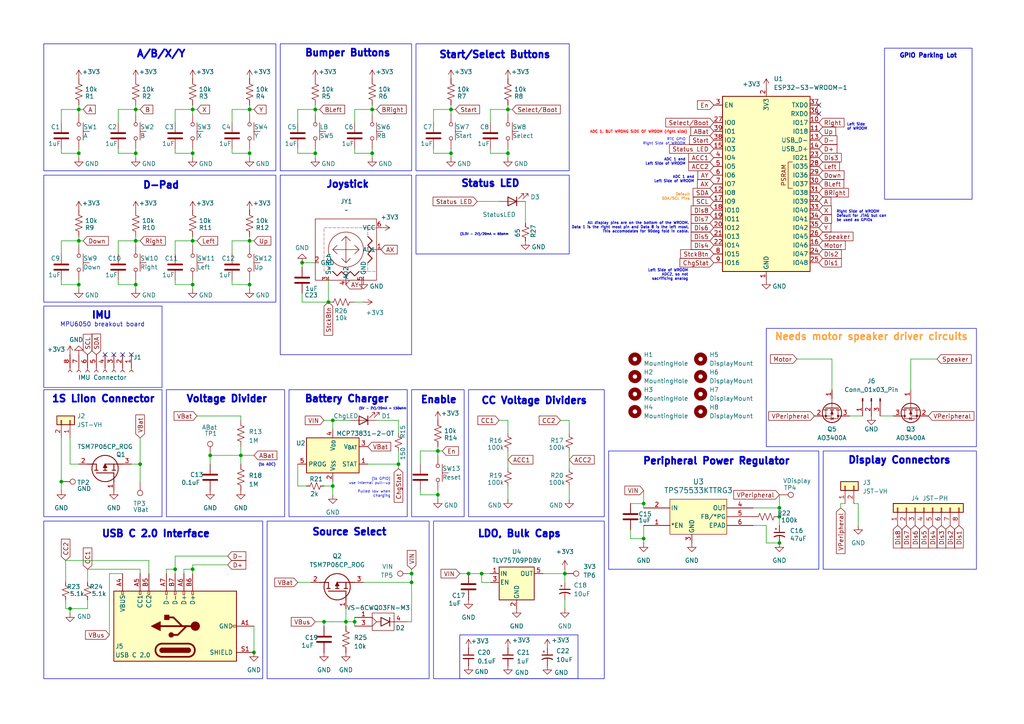
<source format=kicad_sch>
(kicad_sch (version 20250114) (generator "eeschema") (generator_version "9.0")
  (paper "A4")
  (title_block (title "Handheld Game Motherboard") (date "2025-10-07") (rev "0.1.0") (company "\"Gamers\""))
  (rectangle (start 120.65 12.7) (end 165.1 49.53))
  (rectangle (start 12.7 12.7) (end 80.01 49.53))
  (rectangle (start 135.89 113.03) (end 175.26 149.86))
  (rectangle (start 83.82 113.03) (end 118.11 149.86))
  (rectangle (start 176.53 130.81) (end 237.49 165.1))
  (rectangle (start 256.54 13.97) (end 281.94 57.785))
  (rectangle (start 12.7 88.773) (end 46.99 112.395))
  (rectangle (start 81.28 50.8) (end 119.38 102.87))
  (rectangle (start 133.35 184.15) (end 167.64 196.85))
  (rectangle (start 120.65 50.8) (end 165.1 73.66))
  (rectangle (start 81.28 12.7) (end 119.38 49.53))
  (rectangle (start 238.76 130.81) (end 283.21 165.1))
  (rectangle (start 12.7 113.03) (end 46.99 149.86))
  (rectangle (start 125.73 151.13) (end 175.26 196.85))
  (rectangle (start 12.7 151.13) (end 76.2 196.85))
  (rectangle (start 77.47 151.13) (end 124.46 196.85))
  (rectangle (start 48.26 113.03) (end 82.55 149.86))
  (rectangle (start 119.38 113.03) (end 134.62 149.86))
  (rectangle (start 12.7 50.8) (end 80.01 87.63))
  (rectangle (start 222.25 95.25) (end 283.21 129.54))
  (text "(to GPIO)\nuse internal pull-up\n\nPulled low when\ncharging" (at 113.284 141.478 0) (effects (font (size 0.762 0.762) (thickness 0.0953)) (justify right)))
  (text "LDO, Bulk Caps" (at 150.622 154.94 0) (effects (font (size 2.032 2.032) (thickness 0.6096) (bold yes))))
  (text "Left Side\nof WROOM" (at 245.618 36.83 0) (effects (font (size 0.762 0.762)) (justify left)))
  (text "Bumper Buttons" (at 100.838 15.494 0) (effects (font (size 2.032 2.032) (thickness 0.6096) (bold yes))))
  (text "Needs motor speaker driver circuits" (at 252.73 97.79 0) (effects (font (size 2.032 2.032) (thickness 0.4064) (bold yes))))
  (text "Display Connectors" (at 260.858 133.604 0) (effects (font (size 2.032 2.032) (thickness 0.6096) (bold yes))))
  (text "ADC 1 and\nLeft Side of WROOM" (at 198.882 46.99 0) (effects (font (size 0.762 0.762)) (justify right)))
  (text "Start/Select Buttons" (at 143.51 16.002 0) (effects (font (size 2.032 2.032) (thickness 0.6096) (bold yes))))
  (text "USB C 2.0 Interface" (at 45.212 154.94 0) (effects (font (size 2.032 2.032) (thickness 0.6096) (bold yes))))
  (text "1S LiIon Connector" (at 29.972 115.824 0) (effects (font (size 2.032 2.032) (thickness 0.6096) (bold yes))))
  (text "CC Voltage Dividers" (at 154.94 116.332 0) (effects (font (size 2.032 2.032) (thickness 0.6096) (bold yes))))
  (text "ADC 1 and\nLeft Side of WROOM" (at 201.422 52.07 0) (effects (font (size 0.762 0.762)) (justify right)))
  (text "Right Side of WROOM\nDefault for JTAG but can\nbe used as GPIOs" (at 242.57 62.738 0) (effects (font (size 0.762 0.762)) (justify left)))
  (text "Peripheral Power Regulator" (at 207.772 133.858 0) (effects (font (size 2.032 2.032) (thickness 0.6096) (bold yes))))
  (text "Voltage Divider" (at 65.786 115.824 0) (effects (font (size 2.032 2.032) (thickness 0.6096) (bold yes))))
  (text "D-Pad" (at 46.736 53.848 0) (effects (font (size 2.032 2.032) (thickness 0.6096) (bold yes))))
  (text "(5V - 2V)/20mA = 150ohm" (at 110.998 118.618 0) (effects (font (size 0.635 0.635))))
  (text "Source Select\n" (at 101.346 154.432 0) (effects (font (size 2.032 2.032) (thickness 0.6096) (bold yes))))
  (text "IMU" (at 29.464 91.567 0) (effects (font (size 2.032 2.032) (thickness 0.6096) (bold yes))))
  (text "(3.3V - 2V)/20mA = 65ohm" (at 140.462 68.072 0) (effects (font (size 0.635 0.635))))
  (text "A/B/X/Y" (at 46.736 15.748 0) (effects (font (size 2.032 2.032) (thickness 0.6096) (bold yes))))
  (text "All display pins are on the bottom of the WROOM.\nData 1 is the right most pin and Data 8 is the left most.\nThis accomodates for 90deg fold in cable." (at 199.898 66.04 0) (effects (font (size 0.762 0.762)) (justify right)))
  (text "MPU6050 breakout board" (at 29.718 94.234 0) (effects (font (size 1.27 1.27))))
  (text "ADC 1, BUT WRONG SIDE OF WROOM (right side)" (at 199.39 38.354 0) (effects (font (size 0.762 0.762) (thickness 0.1524) (bold yes)) (justify right)))
  (text "RTC GPIO\nRight Side of WROOM" (at 198.882 41.148 0) (effects (font (size 0.762 0.762) (thickness 0.0953)) (justify right)))
  (text "Enable" (at 127.254 116.078 0) (effects (font (size 2.032 2.032) (thickness 0.6096) (bold yes))))
  (text "Battery Charger" (at 100.584 115.824 0) (effects (font (size 2.032 2.032) (thickness 0.6096) (bold yes))))
  (text "Joystick" (at 100.838 53.594 0) (effects (font (size 2.032 2.032) (thickness 0.6096) (bold yes))))
  (text "GPIO Parking Lot" (at 269.24 16.256 0) (effects (font (size 1.27 1.27) (thickness 0.4064) (bold yes))))
  (text "Left Side of WROOM\nADC2, so not\nsacrificing analog" (at 199.644 79.756 0) (effects (font (size 0.762 0.762)) (justify right)))
  (text "(to ADC)" (at 77.47 134.874 0) (effects (font (size 0.762 0.762))))
  (text "Default\nSDA/SCL Pins" (at 200.152 57.15 0) (effects (font (size 0.762 0.762)) (justify right)))
  (text "Status LED" (at 142.24 53.34 0) (effects (font (size 2.032 2.032) (thickness 0.6096) (bold yes))))
  (junction (at 127 130.81))
  (junction (at 119.38 166.37))
  (junction (at 100.33 180.34))
  (junction (at 87.63 76.2))
  (junction (at 39.37 69.85))
  (junction (at 55.88 165.1))
  (junction (at 72.39 31.75))
  (junction (at 40.64 134.62))
  (junction (at 226.06 147.32))
  (junction (at 107.95 44.45))
  (junction (at 147.32 44.45))
  (junction (at 72.39 82.55))
  (junction (at 55.88 69.85))
  (junction (at 22.86 82.55))
  (junction (at 93.98 180.34))
  (junction (at 20.32 176.53))
  (junction (at 91.44 44.45))
  (junction (at 72.39 44.45))
  (junction (at 127 143.51))
  (junction (at 39.37 31.75))
  (junction (at 50.8 165.1))
  (junction (at 55.88 44.45))
  (junction (at 147.32 31.75))
  (junction (at 186.69 146.05))
  (junction (at 96.52 140.97))
  (junction (at 55.88 31.75))
  (junction (at 17.78 139.7))
  (junction (at 72.39 69.85))
  (junction (at 95.25 87.63))
  (junction (at 139.7 166.37))
  (junction (at 130.81 44.45))
  (junction (at 119.38 168.91))
  (junction (at 39.37 82.55))
  (junction (at 22.86 69.85))
  (junction (at 39.37 44.45))
  (junction (at 163.83 166.37))
  (junction (at 130.81 31.75))
  (junction (at 22.86 44.45))
  (junction (at 96.52 121.92))
  (junction (at 186.69 156.21))
  (junction (at 115.57 134.62))
  (junction (at 69.85 132.08))
  (junction (at 22.86 31.75))
  (junction (at 226.06 157.48))
  (junction (at 73.66 189.23))
  (junction (at 55.88 82.55))
  (junction (at 135.89 166.37))
  (junction (at 60.96 132.08))
  (junction (at 91.44 31.75))
  (junction (at 107.95 31.75))
  (junction (at 226.06 149.86))
  (junction (at 102.87 180.34))
  (no_connect (at 33.02 102.87))
  (no_connect (at 237.49 33.02))
  (no_connect (at 237.49 30.48))
  (no_connect (at 35.56 102.87))
  (no_connect (at 38.1 102.87))
  (no_connect (at 30.48 102.87))
  (wire (pts (xy 55.88 81.28) (xy 55.88 82.55)))
  (wire (pts (xy 147.32 31.75) (xy 148.59 31.75)))
  (wire (pts (xy 34.29 31.75) (xy 34.29 35.56)))
  (wire (pts (xy 40.64 134.62) (xy 40.64 139.7)))
  (wire (pts (xy 96.52 140.97) (xy 96.52 143.51)))
  (wire (pts (xy 264.16 104.14) (xy 264.16 113.03)))
  (wire (pts (xy 34.29 69.85) (xy 34.29 73.66)))
  (wire (pts (xy 19.05 173.99) (xy 19.05 176.53)))
  (wire (pts (xy 53.34 165.1) (xy 55.88 165.1)))
  (wire (pts (xy 165.1 130.81) (xy 165.1 135.89)))
  (wire (pts (xy 125.73 31.75) (xy 125.73 35.56)))
  (wire (pts (xy 50.8 82.55) (xy 50.8 81.28)))
  (wire (pts (xy 243.84 146.05) (xy 243.84 147.32)))
  (wire (pts (xy 119.38 165.1) (xy 119.38 166.37)))
  (wire (pts (xy 144.78 121.92) (xy 147.32 121.92)))
  (wire (pts (xy 86.36 31.75) (xy 86.36 35.56)))
  (wire (pts (xy 39.37 31.75) (xy 39.37 33.02)))
  (wire (pts (xy 130.81 31.75) (xy 125.73 31.75)))
  (wire (pts (xy 186.69 152.4) (xy 186.69 156.21)))
  (wire (pts (xy 17.78 44.45) (xy 17.78 43.18)))
  (wire (pts (xy 147.32 45.72) (xy 147.32 44.45)))
  (wire (pts (xy 67.31 31.75) (xy 67.31 35.56)))
  (wire (pts (xy 127 130.81) (xy 121.92 130.81)))
  (wire (pts (xy 96.52 121.92) (xy 96.52 124.46)))
  (wire (pts (xy 93.98 140.97) (xy 96.52 140.97)))
  (wire (pts (xy 50.8 69.85) (xy 50.8 73.66)))
  (wire (pts (xy 55.88 31.75) (xy 50.8 31.75)))
  (wire (pts (xy 127 144.78) (xy 127 143.51)))
  (wire (pts (xy 55.88 165.1) (xy 55.88 163.83)))
  (wire (pts (xy 40.64 166.37) (xy 40.64 165.1)))
  (wire (pts (xy 165.1 140.97) (xy 165.1 144.78)))
  (wire (pts (xy 182.88 153.67) (xy 182.88 156.21)))
  (wire (pts (xy 34.29 44.45) (xy 34.29 43.18)))
  (wire (pts (xy 55.88 82.55) (xy 50.8 82.55)))
  (wire (pts (xy 39.37 31.75) (xy 40.64 31.75)))
  (wire (pts (xy 218.44 147.32) (xy 226.06 147.32)))
  (wire (pts (xy 57.15 69.85) (xy 55.88 69.85)))
  (wire (pts (xy 39.37 69.85) (xy 34.29 69.85)))
  (wire (pts (xy 96.52 140.97) (xy 96.52 139.7)))
  (wire (pts (xy 73.66 181.61) (xy 73.66 189.23)))
  (wire (pts (xy 135.89 166.37) (xy 139.7 166.37)))
  (wire (pts (xy 39.37 69.85) (xy 39.37 68.58)))
  (wire (pts (xy 130.81 31.75) (xy 130.81 30.48)))
  (wire (pts (xy 72.39 43.18) (xy 72.39 44.45)))
  (wire (pts (xy 115.57 134.62) (xy 106.68 134.62)))
  (wire (pts (xy 50.8 44.45) (xy 50.8 43.18)))
  (wire (pts (xy 127 130.81) (xy 127 129.54)))
  (wire (pts (xy 72.39 69.85) (xy 72.39 71.12)))
  (wire (pts (xy 69.85 132.08) (xy 73.66 132.08)))
  (wire (pts (xy 121.92 143.51) (xy 121.92 142.24)))
  (wire (pts (xy 53.34 166.37) (xy 53.34 165.1)))
  (wire (pts (xy 127 143.51) (xy 121.92 143.51)))
  (wire (pts (xy 109.22 121.92) (xy 115.57 121.92)))
  (wire (pts (xy 255.27 120.65) (xy 259.08 120.65)))
  (wire (pts (xy 39.37 81.28) (xy 39.37 82.55)))
  (wire (pts (xy 50.8 161.29) (xy 66.04 161.29)))
  (wire (pts (xy 20.32 176.53) (xy 20.32 177.8)))
  (wire (pts (xy 102.87 87.63) (xy 105.41 87.63)))
  (wire (pts (xy 222.25 157.48) (xy 222.25 152.4)))
  (wire (pts (xy 35.56 166.37) (xy 31.75 166.37)))
  (wire (pts (xy 20.32 127) (xy 20.32 134.62)))
  (wire (pts (xy 69.85 129.54) (xy 69.85 132.08)))
  (wire (pts (xy 57.15 31.75) (xy 55.88 31.75)))
  (wire (pts (xy 55.88 31.75) (xy 55.88 30.48)))
  (wire (pts (xy 139.7 166.37) (xy 139.7 168.91)))
  (wire (pts (xy 17.78 127) (xy 17.78 139.7)))
  (wire (pts (xy 39.37 44.45) (xy 34.29 44.45)))
  (wire (pts (xy 43.18 166.37) (xy 43.18 162.56)))
  (wire (pts (xy 139.7 168.91) (xy 142.24 168.91)))
  (wire (pts (xy 226.06 147.32) (xy 226.06 149.86)))
  (wire (pts (xy 139.7 166.37) (xy 142.24 166.37)))
  (wire (pts (xy 55.88 165.1) (xy 55.88 166.37)))
  (wire (pts (xy 142.24 31.75) (xy 142.24 35.56)))
  (wire (pts (xy 31.75 184.15) (xy 31.75 166.37)))
  (wire (pts (xy 22.86 31.75) (xy 17.78 31.75)))
  (wire (pts (xy 55.88 44.45) (xy 50.8 44.45)))
  (wire (pts (xy 95.25 81.28) (xy 95.25 87.63)))
  (wire (pts (xy 115.57 121.92) (xy 115.57 125.73)))
  (wire (pts (xy 91.44 31.75) (xy 86.36 31.75)))
  (wire (pts (xy 55.88 69.85) (xy 55.88 71.12)))
  (wire (pts (xy 247.65 146.05) (xy 248.92 146.05)))
  (wire (pts (xy 147.32 43.18) (xy 147.32 44.45)))
  (wire (pts (xy 93.98 180.34) (xy 100.33 180.34)))
  (wire (pts (xy 48.26 166.37) (xy 48.26 165.1)))
  (wire (pts (xy 55.88 31.75) (xy 55.88 33.02)))
  (wire (pts (xy 55.88 43.18) (xy 55.88 44.45)))
  (wire (pts (xy 22.86 31.75) (xy 22.86 33.02)))
  (wire (pts (xy 50.8 165.1) (xy 50.8 161.29)))
  (wire (pts (xy 86.36 168.91) (xy 90.17 168.91)))
  (wire (pts (xy 39.37 82.55) (xy 34.29 82.55)))
  (wire (pts (xy 17.78 69.85) (xy 17.78 73.66)))
  (wire (pts (xy 86.36 44.45) (xy 86.36 43.18)))
  (wire (pts (xy 127 130.81) (xy 128.27 130.81)))
  (wire (pts (xy 91.44 44.45) (xy 86.36 44.45)))
  (wire (pts (xy 93.98 121.92) (xy 96.52 121.92)))
  (wire (pts (xy 162.56 121.92) (xy 165.1 121.92)))
  (wire (pts (xy 222.25 152.4) (xy 218.44 152.4)))
  (wire (pts (xy 67.31 69.85) (xy 67.31 73.66)))
  (wire (pts (xy 130.81 43.18) (xy 130.81 44.45)))
  (wire (pts (xy 57.15 120.65) (xy 69.85 120.65)))
  (wire (pts (xy 22.86 43.18) (xy 22.86 44.45)))
  (wire (pts (xy 55.88 45.72) (xy 55.88 44.45)))
  (wire (pts (xy 93.98 181.61) (xy 93.98 180.34)))
  (wire (pts (xy 226.06 143.51) (xy 226.06 147.32)))
  (wire (pts (xy 72.39 83.82) (xy 72.39 82.55)))
  (wire (pts (xy 22.86 69.85) (xy 22.86 68.58)))
  (wire (pts (xy 40.64 165.1) (xy 25.4 165.1)))
  (wire (pts (xy 100.33 180.34) (xy 102.87 180.34)))
  (wire (pts (xy 226.06 149.86) (xy 226.06 152.4)))
  (wire (pts (xy 147.32 44.45) (xy 142.24 44.45)))
  (wire (pts (xy 72.39 31.75) (xy 73.66 31.75)))
  (wire (pts (xy 107.95 31.75) (xy 107.95 30.48)))
  (wire (pts (xy 72.39 31.75) (xy 67.31 31.75)))
  (wire (pts (xy 72.39 69.85) (xy 72.39 68.58)))
  (wire (pts (xy 17.78 82.55) (xy 17.78 81.28)))
  (wire (pts (xy 19.05 162.56) (xy 43.18 162.56)))
  (wire (pts (xy 182.88 146.05) (xy 186.69 146.05)))
  (wire (pts (xy 243.84 146.05) (xy 245.11 146.05)))
  (wire (pts (xy 102.87 44.45) (xy 102.87 43.18)))
  (wire (pts (xy 22.86 81.28) (xy 22.86 82.55)))
  (wire (pts (xy 130.81 45.72) (xy 130.81 44.45)))
  (wire (pts (xy 72.39 82.55) (xy 67.31 82.55)))
  (wire (pts (xy 107.95 31.75) (xy 109.22 31.75)))
  (wire (pts (xy 133.35 166.37) (xy 135.89 166.37)))
  (wire (pts (xy 107.95 31.75) (xy 107.95 33.02)))
  (wire (pts (xy 91.44 43.18) (xy 91.44 44.45)))
  (wire (pts (xy 152.4 64.77) (xy 152.4 58.42)))
  (wire (pts (xy 147.32 130.81) (xy 147.32 135.89)))
  (wire (pts (xy 60.96 132.08) (xy 69.85 132.08)))
  (wire (pts (xy 107.95 43.18) (xy 107.95 44.45)))
  (wire (pts (xy 22.86 31.75) (xy 22.86 30.48)))
  (wire (pts (xy 72.39 44.45) (xy 67.31 44.45)))
  (wire (pts (xy 39.37 43.18) (xy 39.37 44.45)))
  (wire (pts (xy 72.39 45.72) (xy 72.39 44.45)))
  (wire (pts (xy 69.85 120.65) (xy 69.85 121.92)))
  (wire (pts (xy 40.64 127) (xy 40.64 134.62)))
  (wire (pts (xy 147.32 121.92) (xy 147.32 125.73)))
  (wire (pts (xy 34.29 82.55) (xy 34.29 81.28)))
  (wire (pts (xy 22.86 69.85) (xy 22.86 71.12)))
  (wire (pts (xy 107.95 31.75) (xy 102.87 31.75)))
  (wire (pts (xy 87.63 87.63) (xy 87.63 85.09)))
  (wire (pts (xy 39.37 83.82) (xy 39.37 82.55)))
  (wire (pts (xy 91.44 31.75) (xy 91.44 30.48)))
  (wire (pts (xy 72.39 81.28) (xy 72.39 82.55)))
  (wire (pts (xy 17.78 139.7) (xy 17.78 142.24)))
  (wire (pts (xy 50.8 165.1) (xy 50.8 166.37)))
  (wire (pts (xy 22.86 82.55) (xy 17.78 82.55)))
  (wire (pts (xy 95.25 87.63) (xy 87.63 87.63)))
  (wire (pts (xy 20.32 176.53) (xy 25.4 176.53)))
  (wire (pts (xy 69.85 132.08) (xy 69.85 134.62)))
  (wire (pts (xy 186.69 146.05) (xy 186.69 147.32)))
  (wire (pts (xy 22.86 83.82) (xy 22.86 82.55)))
  (wire (pts (xy 100.33 180.34) (xy 100.33 176.53)))
  (wire (pts (xy 38.1 134.62) (xy 40.64 134.62)))
  (wire (pts (xy 86.36 140.97) (xy 88.9 140.97)))
  (wire (pts (xy 55.88 69.85) (xy 50.8 69.85)))
  (wire (pts (xy 127 142.24) (xy 127 143.51)))
  (wire (pts (xy 186.69 142.24) (xy 186.69 146.05)))
  (wire (pts (xy 22.86 69.85) (xy 17.78 69.85)))
  (wire (pts (xy 132.08 31.75) (xy 130.81 31.75)))
  (wire (pts (xy 121.92 130.81) (xy 121.92 134.62)))
  (wire (pts (xy 115.57 134.62) (xy 115.57 135.89)))
  (wire (pts (xy 107.95 44.45) (xy 102.87 44.45)))
  (wire (pts (xy 163.83 166.37) (xy 163.83 168.91)))
  (wire (pts (xy 186.69 156.21) (xy 186.69 157.48)))
  (wire (pts (xy 39.37 69.85) (xy 40.64 69.85)))
  (wire (pts (xy 119.38 166.37) (xy 119.38 168.91)))
  (wire (pts (xy 147.32 140.97) (xy 147.32 144.78)))
  (wire (pts (xy 91.44 45.72) (xy 91.44 44.45)))
  (wire (pts (xy 55.88 69.85) (xy 55.88 68.58)))
  (wire (pts (xy 271.78 104.14) (xy 264.16 104.14)))
  (wire (pts (xy 118.11 180.34) (xy 119.38 180.34)))
  (wire (pts (xy 72.39 69.85) (xy 73.66 69.85)))
  (wire (pts (xy 39.37 31.75) (xy 39.37 30.48)))
  (wire (pts (xy 55.88 83.82) (xy 55.88 82.55)))
  (wire (pts (xy 102.87 31.75) (xy 102.87 35.56)))
  (wire (pts (xy 157.48 166.37) (xy 163.83 166.37)))
  (wire (pts (xy 163.83 173.99) (xy 163.83 176.53)))
  (wire (pts (xy 48.26 165.1) (xy 50.8 165.1)))
  (wire (pts (xy 91.44 76.2) (xy 87.63 76.2)))
  (wire (pts (xy 19.05 168.91) (xy 19.05 162.56)))
  (wire (pts (xy 24.13 69.85) (xy 22.86 69.85)))
  (wire (pts (xy 72.39 31.75) (xy 72.39 33.02)))
  (wire (pts (xy 39.37 45.72) (xy 39.37 44.45)))
  (wire (pts (xy 248.92 146.05) (xy 248.92 152.4)))
  (wire (pts (xy 91.44 180.34) (xy 93.98 180.34)))
  (wire (pts (xy 119.38 180.34) (xy 119.38 168.91)))
  (wire (pts (xy 19.05 176.53) (xy 20.32 176.53)))
  (wire (pts (xy 72.39 31.75) (xy 72.39 30.48)))
  (wire (pts (xy 87.63 76.2) (xy 87.63 77.47)))
  (wire (pts (xy 163.83 166.37) (xy 163.83 165.1)))
  (wire (pts (xy 125.73 44.45) (xy 125.73 43.18)))
  (wire (pts (xy 50.8 31.75) (xy 50.8 35.56)))
  (wire (pts (xy 92.71 31.75) (xy 91.44 31.75)))
  (wire (pts (xy 22.86 44.45) (xy 17.78 44.45)))
  (wire (pts (xy 25.4 165.1) (xy 25.4 168.91)))
  (wire (pts (xy 86.36 134.62) (xy 86.36 140.97)))
  (wire (pts (xy 22.86 45.72) (xy 22.86 44.45)))
  (wire (pts (xy 147.32 31.75) (xy 142.24 31.75)))
  (wire (pts (xy 165.1 121.92) (xy 165.1 125.73)))
  (wire (pts (xy 100.33 180.34) (xy 100.33 181.61)))
  (wire (pts (xy 222.25 157.48) (xy 226.06 157.48)))
  (wire (pts (xy 55.88 163.83) (xy 66.04 163.83)))
  (wire (pts (xy 105.41 168.91) (xy 119.38 168.91)))
  (wire (pts (xy 102.87 180.34) (xy 102.87 179.07)))
  (wire (pts (xy 67.31 44.45) (xy 67.31 43.18)))
  (wire (pts (xy 20.32 134.62) (xy 22.86 134.62)))
  (wire (pts (xy 96.52 121.92) (xy 101.6 121.92)))
  (wire (pts (xy 60.96 134.62) (xy 60.96 132.08)))
  (wire (pts (xy 142.24 44.45) (xy 142.24 43.18)))
  (wire (pts (xy 72.39 69.85) (xy 67.31 69.85)))
  (wire (pts (xy 231.14 104.14) (xy 241.3 104.14)))
  (wire (pts (xy 17.78 31.75) (xy 17.78 35.56)))
  (wire (pts (xy 250.19 120.65) (xy 246.38 120.65)))
  (wire (pts (xy 130.81 31.75) (xy 130.81 33.02)))
  (wire (pts (xy 147.32 31.75) (xy 147.32 33.02)))
  (wire (pts (xy 39.37 31.75) (xy 34.29 31.75)))
  (wire (pts (xy 130.81 44.45) (xy 125.73 44.45)))
  (wire (pts (xy 182.88 156.21) (xy 186.69 156.21)))
  (wire (pts (xy 102.87 180.34) (xy 102.87 181.61)))
  (wire (pts (xy 39.37 69.85) (xy 39.37 71.12)))
  (wire (pts (xy 91.44 31.75) (xy 91.44 33.02)))
  (wire (pts (xy 144.78 58.42) (xy 138.43 58.42)))
  (wire (pts (xy 107.95 45.72) (xy 107.95 44.45)))
  (wire (pts (xy 127 130.81) (xy 127 132.08)))
  (wire (pts (xy 67.31 82.55) (xy 67.31 81.28)))
  (wire (pts (xy 115.57 130.81) (xy 115.57 134.62)))
  (wire (pts (xy 147.32 31.75) (xy 147.32 30.48)))
  (wire (pts (xy 25.4 173.99) (xy 25.4 176.53)))
  (wire (pts (xy 241.3 104.14) (xy 241.3 113.03)))
  (wire (pts (xy 24.13 31.75) (xy 22.86 31.75)))
  (global_label "Dis3" (shape input) (at 237.49 45.72 0) (property "Intersheetrefs" "${INTERSHEET_REFS}" (effects (hide yes))))
  (global_label "X" (shape input) (at 57.15 31.75 0) (property "Intersheetrefs" "${INTERSHEET_REFS}" (effects (hide yes))))
  (global_label "BRight" (shape input) (at 109.22 31.75 0) (property "Intersheetrefs" "${INTERSHEET_REFS}" (effects (hide yes))))
  (global_label "SCL" (shape input) (at 207.01 58.42 180) (property "Intersheetrefs" "${INTERSHEET_REFS}" (effects (hide yes))))
  (global_label "Dis7" (shape input) (at 262.89 152.4 270) (property "Intersheetrefs" "${INTERSHEET_REFS}" (effects (hide yes))))
  (global_label "CC2" (shape input) (at 19.05 162.56 90) (property "Intersheetrefs" "${INTERSHEET_REFS}" (effects (hide yes))))
  (global_label "AX" (shape input) (at 207.01 53.34 180) (property "Intersheetrefs" "${INTERSHEET_REFS}" (effects (hide yes))))
  (global_label "CC2" (shape input) (at 162.56 121.92 180) (property "Intersheetrefs" "${INTERSHEET_REFS}" (effects (hide yes))))
  (global_label "VPeripheral" (shape input) (at 236.22 120.65 180) (property "Intersheetrefs" "${INTERSHEET_REFS}" (effects (hide yes))))
  (global_label "BLeft" (shape input) (at 237.49 53.34 0) (property "Intersheetrefs" "${INTERSHEET_REFS}" (effects (hide yes))))
  (global_label "Dis3" (shape input) (at 273.05 152.4 270) (property "Intersheetrefs" "${INTERSHEET_REFS}" (effects (hide yes))))
  (global_label "BRight" (shape input) (at 237.49 55.88 0) (property "Intersheetrefs" "${INTERSHEET_REFS}" (effects (hide yes))))
  (global_label "VBus" (shape input) (at 31.75 184.15 180) (property "Intersheetrefs" "${INTERSHEET_REFS}" (effects (hide yes))))
  (global_label "VPeripheral" (shape input) (at 269.24 120.65 0) (property "Intersheetrefs" "${INTERSHEET_REFS}" (effects (hide yes))))
  (global_label "D-" (shape input) (at 66.04 161.29 0) (property "Intersheetrefs" "${INTERSHEET_REFS}" (effects (hide yes))))
  (global_label "D+" (shape input) (at 237.49 43.18 0) (property "Intersheetrefs" "${INTERSHEET_REFS}" (effects (hide yes))))
  (global_label "VIN" (shape input) (at 186.69 142.24 180) (property "Intersheetrefs" "${INTERSHEET_REFS}" (effects (hide yes))))
  (global_label "SDA" (shape input) (at 207.01 55.88 180) (property "Intersheetrefs" "${INTERSHEET_REFS}" (effects (hide yes))))
  (global_label "ACC2" (shape input) (at 165.1 133.35 0) (property "Intersheetrefs" "${INTERSHEET_REFS}" (effects (hide yes))))
  (global_label "Left" (shape input) (at 237.49 48.26 0) (property "Intersheetrefs" "${INTERSHEET_REFS}" (effects (hide yes))))
  (global_label "VIN" (shape input) (at 133.35 166.37 180) (property "Intersheetrefs" "${INTERSHEET_REFS}" (effects (hide yes))))
  (global_label "ChgStat" (shape input) (at 115.57 135.89 270) (property "Intersheetrefs" "${INTERSHEET_REFS}" (effects (hide yes))))
  (global_label "VPeripheral" (shape input) (at 243.84 147.32 270) (property "Intersheetrefs" "${INTERSHEET_REFS}" (effects (hide yes))))
  (global_label "Dis2" (shape input) (at 275.59 152.4 270) (property "Intersheetrefs" "${INTERSHEET_REFS}" (effects (hide yes))))
  (global_label "Start" (shape input) (at 132.08 31.75 0) (property "Intersheetrefs" "${INTERSHEET_REFS}" (effects (hide yes))))
  (global_label "Dis5" (shape input) (at 207.01 68.58 180) (property "Intersheetrefs" "${INTERSHEET_REFS}" (effects (hide yes))))
  (global_label "SDA" (shape input) (at 27.94 102.87 90) (property "Intersheetrefs" "${INTERSHEET_REFS}" (effects (hide yes))))
  (global_label "Up" (shape input) (at 237.49 38.1 0) (property "Intersheetrefs" "${INTERSHEET_REFS}" (effects (hide yes))))
  (global_label "Dis6" (shape input) (at 265.43 152.4 270) (property "Intersheetrefs" "${INTERSHEET_REFS}" (effects (hide yes))))
  (global_label "VIN" (shape input) (at 119.38 165.1 90) (property "Intersheetrefs" "${INTERSHEET_REFS}" (effects (hide yes))))
  (global_label "VBat" (shape input) (at 106.68 129.54 0) (property "Intersheetrefs" "${INTERSHEET_REFS}" (effects (hide yes))))
  (global_label "Down" (shape input) (at 24.13 69.85 0) (property "Intersheetrefs" "${INTERSHEET_REFS}" (effects (hide yes))))
  (global_label "StckBtn" (shape input) (at 95.25 87.63 270) (property "Intersheetrefs" "${INTERSHEET_REFS}" (effects (hide yes))))
  (global_label "Y" (shape input) (at 73.66 31.75 0) (property "Intersheetrefs" "${INTERSHEET_REFS}" (effects (hide yes))))
  (global_label "Start" (shape input) (at 207.01 40.64 180) (property "Intersheetrefs" "${INTERSHEET_REFS}" (effects (hide yes))))
  (global_label "Right" (shape input) (at 40.64 69.85 0) (property "Intersheetrefs" "${INTERSHEET_REFS}" (effects (hide yes))))
  (global_label "Up" (shape input) (at 73.66 69.85 0) (property "Intersheetrefs" "${INTERSHEET_REFS}" (effects (hide yes))))
  (global_label "AX" (shape input) (at 110.49 72.39 0) (property "Intersheetrefs" "${INTERSHEET_REFS}" (effects (hide yes))))
  (global_label "Dis7" (shape input) (at 207.01 63.5 180) (property "Intersheetrefs" "${INTERSHEET_REFS}" (effects (hide yes))))
  (global_label "Speaker" (shape input) (at 237.49 68.58 0) (property "Intersheetrefs" "${INTERSHEET_REFS}" (effects (hide yes))))
  (global_label "CC1" (shape input) (at 144.78 121.92 180) (property "Intersheetrefs" "${INTERSHEET_REFS}" (effects (hide yes))))
  (global_label "ABat" (shape input) (at 73.66 132.08 0) (property "Intersheetrefs" "${INTERSHEET_REFS}" (effects (hide yes))))
  (global_label "Status LED" (shape input) (at 207.01 43.18 180) (property "Intersheetrefs" "${INTERSHEET_REFS}" (effects (hide yes))))
  (global_label "AY" (shape input) (at 100.33 82.55 0) (property "Intersheetrefs" "${INTERSHEET_REFS}" (effects (hide yes))))
  (global_label "En" (shape input) (at 207.01 30.48 180) (property "Intersheetrefs" "${INTERSHEET_REFS}" (effects (hide yes))))
  (global_label "ACC2" (shape input) (at 207.01 48.26 180) (property "Intersheetrefs" "${INTERSHEET_REFS}" (effects (hide yes))))
  (global_label "Left" (shape input) (at 57.15 69.85 0) (property "Intersheetrefs" "${INTERSHEET_REFS}" (effects (hide yes))))
  (global_label "A" (shape input) (at 237.49 58.42 0) (property "Intersheetrefs" "${INTERSHEET_REFS}" (effects (hide yes))))
  (global_label "VBat" (shape input) (at 40.64 127 90) (property "Intersheetrefs" "${INTERSHEET_REFS}" (effects (hide yes))))
  (global_label "Y" (shape input) (at 237.49 66.04 0) (property "Intersheetrefs" "${INTERSHEET_REFS}" (effects (hide yes))))
  (global_label "Dis4" (shape input) (at 270.51 152.4 270) (property "Intersheetrefs" "${INTERSHEET_REFS}" (effects (hide yes))))
  (global_label "ACC1" (shape input) (at 207.01 45.72 180) (property "Intersheetrefs" "${INTERSHEET_REFS}" (effects (hide yes))))
  (global_label "Right" (shape input) (at 237.49 35.56 0) (property "Intersheetrefs" "${INTERSHEET_REFS}" (effects (hide yes))))
  (global_label "VBat" (shape input) (at 57.15 120.65 180) (property "Intersheetrefs" "${INTERSHEET_REFS}" (effects (hide yes))))
  (global_label "Motor" (shape input) (at 231.14 104.14 180) (property "Intersheetrefs" "${INTERSHEET_REFS}" (effects (hide yes))))
  (global_label "Select{slash}Boot" (shape input) (at 207.01 35.56 180) (property "Intersheetrefs" "${INTERSHEET_REFS}" (effects (hide yes))))
  (global_label "Dis1" (shape input) (at 237.49 76.2 0) (property "Intersheetrefs" "${INTERSHEET_REFS}" (effects (hide yes))))
  (global_label "D-" (shape input) (at 237.49 40.64 0) (property "Intersheetrefs" "${INTERSHEET_REFS}" (effects (hide yes))))
  (global_label "StckBtn" (shape input) (at 207.01 73.66 180) (property "Intersheetrefs" "${INTERSHEET_REFS}" (effects (hide yes))))
  (global_label "B" (shape input) (at 237.49 63.5 0) (property "Intersheetrefs" "${INTERSHEET_REFS}" (effects (hide yes))))
  (global_label "ACC1" (shape input) (at 147.32 133.35 0) (property "Intersheetrefs" "${INTERSHEET_REFS}" (effects (hide yes))))
  (global_label "VPeripheral" (shape input) (at 226.06 143.51 180) (property "Intersheetrefs" "${INTERSHEET_REFS}" (effects (hide yes))))
  (global_label "D+" (shape input) (at 66.04 163.83 0) (property "Intersheetrefs" "${INTERSHEET_REFS}" (effects (hide yes))))
  (global_label "X" (shape input) (at 237.49 60.96 0) (property "Intersheetrefs" "${INTERSHEET_REFS}" (effects (hide yes))))
  (global_label "ChgStat" (shape input) (at 207.01 76.2 180) (property "Intersheetrefs" "${INTERSHEET_REFS}" (effects (hide yes))))
  (global_label "SCL" (shape input) (at 25.4 102.87 90) (property "Intersheetrefs" "${INTERSHEET_REFS}" (effects (hide yes))))
  (global_label "Down" (shape input) (at 237.49 50.8 0) (property "Intersheetrefs" "${INTERSHEET_REFS}" (effects (hide yes))))
  (global_label "Dis4" (shape input) (at 207.01 71.12 180) (property "Intersheetrefs" "${INTERSHEET_REFS}" (effects (hide yes))))
  (global_label "A" (shape input) (at 24.13 31.75 0) (property "Intersheetrefs" "${INTERSHEET_REFS}" (effects (hide yes))))
  (global_label "En" (shape input) (at 128.27 130.81 0) (property "Intersheetrefs" "${INTERSHEET_REFS}" (effects (hide yes))))
  (global_label "Dis5" (shape input) (at 267.97 152.4 270) (property "Intersheetrefs" "${INTERSHEET_REFS}" (effects (hide yes))))
  (global_label "VIN" (shape input) (at 93.98 121.92 180) (property "Intersheetrefs" "${INTERSHEET_REFS}" (effects (hide yes))))
  (global_label "ABat" (shape input) (at 207.01 38.1 180) (property "Intersheetrefs" "${INTERSHEET_REFS}" (effects (hide yes))))
  (global_label "Dis8" (shape input) (at 207.01 60.96 180) (property "Intersheetrefs" "${INTERSHEET_REFS}" (effects (hide yes))))
  (global_label "B" (shape input) (at 40.64 31.75 0) (property "Intersheetrefs" "${INTERSHEET_REFS}" (effects (hide yes))))
  (global_label "AY" (shape input) (at 207.01 50.8 180) (property "Intersheetrefs" "${INTERSHEET_REFS}" (effects (hide yes))))
  (global_label "Dis1" (shape input) (at 278.13 152.4 270) (property "Intersheetrefs" "${INTERSHEET_REFS}" (effects (hide yes))))
  (global_label "VBus" (shape input) (at 91.44 180.34 180) (property "Intersheetrefs" "${INTERSHEET_REFS}" (effects (hide yes))))
  (global_label "Dis2" (shape input) (at 237.49 73.66 0) (property "Intersheetrefs" "${INTERSHEET_REFS}" (effects (hide yes))))
  (global_label "CC1" (shape input) (at 25.4 165.1 90) (property "Intersheetrefs" "${INTERSHEET_REFS}" (effects (hide yes))))
  (global_label "BLeft" (shape input) (at 92.71 31.75 0) (property "Intersheetrefs" "${INTERSHEET_REFS}" (effects (hide yes))))
  (global_label "VBat" (shape input) (at 86.36 168.91 180) (property "Intersheetrefs" "${INTERSHEET_REFS}" (effects (hide yes))))
  (global_label "Dis8" (shape input) (at 260.35 152.4 270) (property "Intersheetrefs" "${INTERSHEET_REFS}" (effects (hide yes))))
  (global_label "Select{slash}Boot" (shape input) (at 148.59 31.75 0) (property "Intersheetrefs" "${INTERSHEET_REFS}" (effects (hide yes))))
  (global_label "Dis6" (shape input) (at 207.01 66.04 180) (property "Intersheetrefs" "${INTERSHEET_REFS}" (effects (hide yes))))
  (global_label "Motor" (shape input) (at 237.49 71.12 0) (property "Intersheetrefs" "${INTERSHEET_REFS}" (effects (hide yes))))
  (global_label "Status LED" (shape input) (at 138.43 58.42 180) (property "Intersheetrefs" "${INTERSHEET_REFS}" (effects (hide yes))))
  (global_label "Speaker" (shape input) (at 271.78 104.14 0) (property "Intersheetrefs" "${INTERSHEET_REFS}" (effects (hide yes))))
  (symbol (lib_id "power:GND") (at 33.02 142.24 0) (unit 1)
    (property "Reference" "#PWR033" (effects (hide yes)))
    (property "Value" "GND" (at 33.02 147.32 0))
    (property "Description" "Power symbol creates a global label with name \"GND\" , ground" (effects (hide yes)))
  )
  (symbol (lib_id "Connector:Conn_01x03_Pin") (at 252.73 115.57 90) (mirror x) (unit 1)
    (property "Reference" "J6" (at 252.73 110.49 90))
    (property "Value" "Conn_01x03_Pin" (at 252.73 113.03 90))
    (property "Footprint" "Connector_JST:JST_PH_S3B-PH-K_1x03_P2.00mm_Horizontal" (effects (hide yes)))
    (property "Description" "Generic connector, single row, 01x03, script generated" (effects (hide yes)))
  )
  (symbol (lib_id "power:GND") (at 135.89 173.99 0) (unit 1)
    (property "Reference" "#PWR045" (effects (hide yes)))
    (property "Value" "GND" (at 135.89 179.07 0))
    (property "Description" "Power symbol creates a global label with name \"GND\" , ground" (effects (hide yes)))
  )
  (symbol (lib_id "Device:R_Small_US") (at 165.1 128.27 180) (unit 1)
    (property "Reference" "R17" (at 161.544 127.762 0))
    (property "Value" "100k" (at 161.544 129.794 0))
    (property "Footprint" "Resistor_SMD:R_0805_2012Metric_Pad1.20x1.40mm_HandSolder" (effects (hide yes)))
    (property "Description" "Resistor, small US symbol" (effects (hide yes)))
  )
  (symbol (lib_id "power:+3V3") (at 55.88 60.96 0) (unit 1)
    (property "Reference" "#PWR020" (effects (hide yes)))
    (property "Value" "+3V3" (at 59.436 58.928 0))
    (property "Description" "Power symbol creates a global label with name \"+3V3\"" (effects (hide yes)))
  )
  (symbol (lib_id "power:GND") (at 127 144.78 0) (unit 1)
    (property "Reference" "#PWR037" (effects (hide yes)))
    (property "Value" "GND" (at 130.81 146.558 0))
    (property "Description" "Power symbol creates a global label with name \"GND\" , ground" (effects (hide yes)))
  )
  (symbol (lib_id "Device:C") (at 34.29 39.37 0) (unit 1)
    (property "Reference" "C2" (at 31.242 36.83 0) (effects (justify left)))
    (property "Value" "1uF" (at 30.48 41.656 0) (effects (justify left)))
    (property "Footprint" "Capacitor_SMD:C_0805_2012Metric_Pad1.18x1.45mm_HandSolder" (effects (hide yes)))
    (property "Description" "Unpolarized capacitor" (effects (hide yes)))
  )
  (symbol (lib_id "Device:C") (at 93.98 185.42 0) (unit 1)
    (property "Reference" "C19" (at 88.392 184.912 0) (effects (justify left)))
    (property "Value" "1uF" (at 87.376 187.198 0) (effects (justify left)))
    (property "Footprint" "Capacitor_SMD:C_0805_2012Metric_Pad1.18x1.45mm_HandSolder" (effects (hide yes)))
    (property "Description" "Unpolarized capacitor" (effects (hide yes)))
  )
  (symbol (lib_id "power:GND") (at 72.39 83.82 0) (unit 1)
    (property "Reference" "#PWR028" (effects (hide yes)))
    (property "Value" "GND" (at 76.2 85.598 0))
    (property "Description" "Power symbol creates a global label with name \"GND\" , ground" (effects (hide yes)))
  )
  (symbol (lib_id "Device:R_US") (at 72.39 26.67 180) (unit 1)
    (property "Reference" "R4" (at 74.168 27.94 0) (effects (justify right)))
    (property "Value" "10k" (at 74.168 25.908 0) (effects (justify right)))
    (property "Footprint" "Resistor_SMD:R_0805_2012Metric_Pad1.20x1.40mm_HandSolder" (effects (hide yes)))
    (property "Description" "Resistor, US symbol" (effects (hide yes)))
  )
  (symbol (lib_id "Device:R_US") (at 222.25 149.86 90) (unit 1)
    (property "Reference" "R22" (at 229.362 148.844 90) (effects (justify left)))
    (property "Value" "100k" (at 231.394 150.876 90) (effects (justify left)))
    (property "Footprint" "Resistor_SMD:R_0805_2012Metric_Pad1.20x1.40mm_HandSolder" (effects (hide yes)))
    (property "Description" "Resistor, US symbol" (effects (hide yes)))
  )
  (symbol (lib_id "esp32_handheld:TSM7P06CP_ROG") (at 100.33 176.53 90) (unit 1)
    (property "Reference" "Q2" (at 97.79 161.29 90))
    (property "Value" "TSM7P06CP_ROG" (at 97.79 163.83 90))
    (property "Footprint" "esp32_handheld:TRANS_TSM7P06CP_ROG" (effects (hide yes)))
    (property "Datasheet" "https://www.taiwansemi.com/assets/uploads/datasheet/TSM7P06_B1802.pdf" (effects (hide yes)))
    (property "Description" "MOSFET -60V, -7A, Single P-Channel Power MOSFET" (effects (hide yes)))
    (property "Height" "2.6" (effects (hide yes)))
    (property "Mouser Part Number" "821-TSM7P06CPROG" (effects (hide yes)))
    (property "Mouser Price/Stock" "https://www.mouser.co.uk/ProductDetail/Taiwan-Semiconductor/TSM7P06CP-ROG?qs=5aG0NVq1C4wCVhoUvmpgwg%3D%3D" (effects (hide yes)))
    (property "Manufacturer_Name" "Taiwan Semiconductor" (effects (hide yes)))
    (property "Manufacturer_Part_Number" "TSM7P06CP ROG" (effects (hide yes)))
  )
  (symbol (lib_id "power:+3V3") (at 55.88 22.86 0) (unit 1)
    (property "Reference" "#PWR03" (effects (hide yes)))
    (property "Value" "+3V3" (at 59.436 20.828 0))
    (property "Description" "Power symbol creates a global label with name \"+3V3\"" (effects (hide yes)))
  )
  (symbol (lib_id "Switch:SW_Push") (at 22.86 76.2 270) (unit 1)
    (property "Reference" "SW9" (at 24.13 74.93 90) (effects (justify left)))
    (property "Value" "Down" (at 24.13 77.47 90) (effects (justify left)))
    (property "Footprint" "Button_Switch_THT:SW_PUSH_6mm" (effects (hide yes)))
    (property "Description" "Push button switch, generic, two pins" (effects (hide yes)))
  )
  (symbol (lib_id "power:GND") (at 165.1 144.78 0) (unit 1)
    (property "Reference" "#PWR039" (effects (hide yes)))
    (property "Value" "GND" (at 161.29 146.558 0))
    (property "Description" "Power symbol creates a global label with name \"GND\" , ground" (effects (hide yes)))
  )
  (symbol (lib_id "power:+3V3") (at 91.44 22.86 0) (unit 1)
    (property "Reference" "#PWR05" (effects (hide yes)))
    (property "Value" "+3V3" (at 94.996 20.828 0))
    (property "Description" "Power symbol creates a global label with name \"+3V3\"" (effects (hide yes)))
  )
  (symbol (lib_id "Switch:SW_Push") (at 147.32 38.1 270) (unit 1)
    (property "Reference" "SW8" (at 148.59 36.83 90) (effects (justify left)))
    (property "Value" "Select" (at 148.59 39.37 90) (effects (justify left)))
    (property "Footprint" "Button_Switch_THT:SW_PUSH_6mm" (effects (hide yes)))
    (property "Description" "Push button switch, generic, two pins" (effects (hide yes)))
  )
  (symbol (lib_id "Device:R_US") (at 72.39 64.77 180) (unit 1)
    (property "Reference" "R12" (at 74.168 66.04 0) (effects (justify right)))
    (property "Value" "10k" (at 74.168 64.008 0) (effects (justify right)))
    (property "Footprint" "Resistor_SMD:R_0805_2012Metric_Pad1.20x1.40mm_HandSolder" (effects (hide yes)))
    (property "Description" "Resistor, US symbol" (effects (hide yes)))
  )
  (symbol (lib_id "Switch:SW_Push") (at 55.88 76.2 270) (unit 1)
    (property "Reference" "SW11" (at 57.15 74.93 90) (effects (justify left)))
    (property "Value" "Left" (at 57.15 77.47 90) (effects (justify left)))
    (property "Footprint" "Button_Switch_THT:SW_PUSH_6mm" (effects (hide yes)))
    (property "Description" "Push button switch, generic, two pins" (effects (hide yes)))
  )
  (symbol (lib_id "Switch:SW_Push") (at 22.86 38.1 270) (unit 1)
    (property "Reference" "SW1" (at 24.13 36.83 90) (effects (justify left)))
    (property "Value" "A" (at 24.13 39.37 90) (effects (justify left)))
    (property "Footprint" "Button_Switch_THT:SW_PUSH_6mm" (effects (hide yes)))
    (property "Description" "Push button switch, generic, two pins" (effects (hide yes)))
  )
  (symbol (lib_id "power:GND") (at 93.98 189.23 0) (unit 1)
    (property "Reference" "#PWR053" (effects (hide yes)))
    (property "Value" "GND" (at 93.98 194.31 0))
    (property "Description" "Power symbol creates a global label with name \"GND\" , ground" (effects (hide yes)))
  )
  (symbol (lib_id "power:GND") (at 186.69 157.48 0) (unit 1)
    (property "Reference" "#PWR041" (effects (hide yes)))
    (property "Value" "GND" (at 186.69 162.56 0))
    (property "Description" "Power symbol creates a global label with name \"GND\" , ground" (effects (hide yes)))
  )
  (symbol (lib_id "Connector:Conn_01x08_Socket") (at 30.48 107.95 270) (unit 1)
    (property "Reference" "J1" (at 39.878 103.632 90))
    (property "Value" "IMU Connector" (at 29.718 109.474 90))
    (property "Footprint" "Connector_PinHeader_2.54mm:PinHeader_1x08_P2.54mm_Vertical" (effects (hide yes)))
    (property "Description" "Generic connector, single row, 01x08, script generated" (effects (hide yes)))
  )
  (symbol (lib_id "Device:R_Small_US") (at 147.32 138.43 180) (unit 1)
    (property "Reference" "R19" (at 143.764 137.922 0))
    (property "Value" "100k" (at 143.764 139.954 0))
    (property "Footprint" "Resistor_SMD:R_0805_2012Metric_Pad1.20x1.40mm_HandSolder" (effects (hide yes)))
    (property "Description" "Resistor, small US symbol" (effects (hide yes)))
  )
  (symbol (lib_id "power:GND") (at 55.88 45.72 0) (unit 1)
    (property "Reference" "#PWR012" (effects (hide yes)))
    (property "Value" "GND" (at 59.69 47.498 0))
    (property "Description" "Power symbol creates a global label with name \"GND\" , ground" (effects (hide yes)))
  )
  (symbol (lib_id "power:GND") (at 60.96 142.24 0) (unit 1)
    (property "Reference" "#PWR034" (effects (hide yes)))
    (property "Value" "GND" (at 60.96 147.32 0))
    (property "Description" "Power symbol creates a global label with name \"GND\" , ground" (effects (hide yes)))
  )
  (symbol (lib_id "Mechanical:MountingHole") (at 184.15 114.3 0) (unit 1) (in_bom no)
    (property "Reference" "H3" (at 186.69 113.0299 0) (effects (justify left)))
    (property "Value" "MountingHole" (at 186.69 115.5699 0) (effects (justify left)))
    (property "Footprint" "MountingHole:MountingHole_3.2mm_M3_Pad" (effects (hide yes)))
    (property "Description" "Mounting Hole without connection" (effects (hide yes)))
  )
  (symbol (lib_id "Device:C") (at 87.63 81.28 0) (mirror y) (unit 1)
    (property "Reference" "C23" (at 92.202 85.598 0) (effects (justify left)))
    (property "Value" "1uF" (at 88.519 83.693 0) (effects (justify right)))
    (property "Footprint" "Capacitor_SMD:C_0805_2012Metric_Pad1.18x1.45mm_HandSolder" (effects (hide yes)))
    (property "Description" "Unpolarized capacitor" (effects (hide yes)))
  )
  (symbol (lib_id "Device:R_Small_US") (at 165.1 138.43 180) (unit 1)
    (property "Reference" "R20" (at 161.544 137.922 0))
    (property "Value" "100k" (at 161.544 139.954 0))
    (property "Footprint" "Resistor_SMD:R_0805_2012Metric_Pad1.20x1.40mm_HandSolder" (effects (hide yes)))
    (property "Description" "Resistor, small US symbol" (effects (hide yes)))
  )
  (symbol (lib_id "power:+3V3") (at 22.86 22.86 0) (unit 1)
    (property "Reference" "#PWR01" (effects (hide yes)))
    (property "Value" "+3V3" (at 26.416 20.828 0))
    (property "Description" "Power symbol creates a global label with name \"+3V3\"" (effects (hide yes)))
  )
  (symbol (lib_id "power:GND") (at 39.37 83.82 0) (unit 1)
    (property "Reference" "#PWR026" (effects (hide yes)))
    (property "Value" "GND" (at 43.18 85.598 0))
    (property "Description" "Power symbol creates a global label with name \"GND\" , ground" (effects (hide yes)))
  )
  (symbol (lib_id "Device:LED") (at 105.41 121.92 180) (unit 1)
    (property "Reference" "D1" (at 112.014 120.65 0))
    (property "Value" "ChgLED" (at 100.33 120.65 0))
    (property "Footprint" "LED_SMD:LED_1206_3216Metric_Pad1.42x1.75mm_HandSolder" (effects (hide yes)))
    (property "Description" "Light emitting diode" (effects (hide yes)))
    (property "Sim.Pins" "1=K 2=A" (effects (hide yes)))
  )
  (symbol (lib_id "Device:C") (at 121.92 138.43 0) (unit 1)
    (property "Reference" "C14" (effects (hide yes)))
    (property "Value" "1uF" (effects (hide yes)))
    (property "Footprint" "Capacitor_SMD:C_0805_2012Metric_Pad1.18x1.45mm_HandSolder" (effects (hide yes)))
    (property "Description" "Unpolarized capacitor" (effects (hide yes)))
  )
  (symbol (lib_id "power:GND") (at 152.4 69.85 0) (unit 1)
    (property "Reference" "#PWR062" (effects (hide yes)))
    (property "Value" "GND" (at 156.21 71.628 0))
    (property "Description" "Power symbol creates a global label with name \"GND\" , ground" (effects (hide yes)))
  )
  (symbol (lib_id "Device:R_US") (at 39.37 64.77 180) (unit 1)
    (property "Reference" "R10" (at 41.148 66.04 0) (effects (justify right)))
    (property "Value" "10k" (at 41.148 64.008 0) (effects (justify right)))
    (property "Footprint" "Resistor_SMD:R_0805_2012Metric_Pad1.20x1.40mm_HandSolder" (effects (hide yes)))
    (property "Description" "Resistor, US symbol" (effects (hide yes)))
  )
  (symbol (lib_id "Device:C") (at 60.96 138.43 0) (unit 1)
    (property "Reference" "C13" (at 55.118 137.668 0) (effects (justify left)))
    (property "Value" "0.1uF" (at 52.578 139.954 0) (effects (justify left)))
    (property "Footprint" "Capacitor_SMD:C_0805_2012Metric_Pad1.18x1.45mm_HandSolder" (effects (hide yes)))
    (property "Description" "Unpolarized capacitor" (effects (hide yes)))
  )
  (symbol (lib_id "power:GND") (at 22.86 83.82 0) (unit 1)
    (property "Reference" "#PWR025" (effects (hide yes)))
    (property "Value" "GND" (at 26.67 85.598 0))
    (property "Description" "Power symbol creates a global label with name \"GND\" , ground" (effects (hide yes)))
  )
  (symbol (lib_id "power:GND") (at 147.32 144.78 0) (unit 1)
    (property "Reference" "#PWR038" (effects (hide yes)))
    (property "Value" "GND" (at 143.51 146.558 0))
    (property "Description" "Power symbol creates a global label with name \"GND\" , ground" (effects (hide yes)))
  )
  (symbol (lib_id "Connector:TestPoint") (at 40.64 139.7 180) (unit 1)
    (property "Reference" "TP3" (at 38.608 146.05 0) (effects (justify right)))
    (property "Value" "VBat" (at 38.608 147.828 0) (effects (justify right)))
    (property "Footprint" "TestPoint:TestPoint_Pad_D1.5mm" (effects (hide yes)))
    (property "Description" "test point" (effects (hide yes)))
  )
  (symbol (lib_id "Device:R_US") (at 127 125.73 180) (unit 1)
    (property "Reference" "R14" (at 128.778 127 0) (effects (justify right)))
    (property "Value" "10k" (at 128.778 124.968 0) (effects (justify right)))
    (property "Footprint" "Resistor_SMD:R_0805_2012Metric_Pad1.20x1.40mm_HandSolder" (effects (hide yes)))
    (property "Description" "Resistor, US symbol" (effects (hide yes)))
  )
  (symbol (lib_id "Mechanical:MountingHole") (at 203.2 114.3 0) (unit 1) (in_bom no)
    (property "Reference" "H7" (at 205.74 113.0299 0) (effects (justify left)))
    (property "Value" "DisplayMount" (at 205.74 115.5699 0) (effects (justify left)))
    (property "Footprint" "MountingHole:MountingHole_3.2mm_M3_Pad" (effects (hide yes)))
    (property "Description" "Mounting Hole without connection" (effects (hide yes)))
  )
  (symbol (lib_id "Device:C_Polarized_Small_US") (at 163.83 171.45 0) (unit 1)
    (property "Reference" "C18" (at 166.37 169.7481 0) (effects (justify left)))
    (property "Value" "10uF" (at 166.37 172.2881 0) (effects (justify left)))
    (property "Footprint" "Capacitor_SMD:C_0805_2012Metric_Pad1.18x1.45mm_HandSolder" (effects (hide yes)))
    (property "Description" "Polarized capacitor, small US symbol" (effects (hide yes)))
  )
  (symbol (lib_id "Device:C_Polarized_Small_US") (at 158.75 190.5 0) (unit 1)
    (property "Reference" "C22" (at 161.29 188.7981 0) (effects (justify left)))
    (property "Value" "10uF" (at 161.29 191.3381 0) (effects (justify left)))
    (property "Footprint" "Capacitor_SMD:C_0805_2012Metric_Pad1.18x1.45mm_HandSolder" (effects (hide yes)))
    (property "Description" "Polarized capacitor, small US symbol" (effects (hide yes)))
  )
  (symbol (lib_id "Connector:TestPoint") (at 17.78 139.7 270) (unit 1)
    (property "Reference" "TP2" (at 22.352 139.954 90) (effects (justify left)))
    (property "Value" "GND" (at 22.352 141.732 90) (effects (justify left)))
    (property "Footprint" "TestPoint:TestPoint_Pad_D1.5mm" (effects (hide yes)))
    (property "Description" "test point" (effects (hide yes)))
  )
  (symbol (lib_id "Connector:USB_C_Receptacle_USB2.0_14P") (at 50.8 181.61 90) (unit 1)
    (property "Reference" "J5" (at 35.814 187.452 90) (effects (justify left)))
    (property "Value" "USB C 2.0" (at 43.688 189.992 90) (effects (justify left)))
    (property "Footprint" "Connector_USB:USB_C_Receptacle_G-Switch_GT-USB-7010ASV" (effects (hide yes)))
    (property "Datasheet" "https://www.usb.org/sites/default/files/documents/usb_type-c.zip" (effects (hide yes)))
    (property "Description" "USB 2.0-only 14P Type-C Receptacle connector" (effects (hide yes)))
  )
  (symbol (lib_id "Device:C") (at 67.31 77.47 0) (unit 1)
    (property "Reference" "C12" (at 64.262 74.93 0) (effects (justify left)))
    (property "Value" "1uF" (at 63.5 79.756 0) (effects (justify left)))
    (property "Footprint" "Capacitor_SMD:C_0805_2012Metric_Pad1.18x1.45mm_HandSolder" (effects (hide yes)))
    (property "Description" "Unpolarized capacitor" (effects (hide yes)))
  )
  (symbol (lib_id "power:+3V3") (at 20.32 102.87 0) (unit 1)
    (property "Reference" "#PWR029" (effects (hide yes)))
    (property "Value" "+3V3" (at 16.256 101.346 0))
    (property "Description" "Power symbol creates a global label with name \"+3V3\"" (effects (hide yes)))
  )
  (symbol (lib_id "Connector_Generic:Conn_01x02") (at 20.32 121.92 270) (mirror x) (unit 1)
    (property "Reference" "J2" (at 22.352 120.65 90) (effects (justify left)))
    (property "Value" "JST-VH" (at 22.352 123.19 90) (effects (justify left)))
    (property "Footprint" "Connector_JST:JST_VH_B2PS-VH_1x02_P3.96mm_Horizontal" (effects (hide yes)))
    (property "Description" "Generic connector, single row, 01x02, script generated (kicad-library-utils/schlib/autogen/connector/)" (effects (hide yes)))
  )
  (symbol (lib_id "power:+3V3") (at 147.32 22.86 0) (unit 1)
    (property "Reference" "#PWR08" (effects (hide yes)))
    (property "Value" "+3V3" (at 150.876 20.828 0))
    (property "Description" "Power symbol creates a global label with name \"+3V3\"" (effects (hide yes)))
  )
  (symbol (lib_id "power:+3V3") (at 127 121.92 0) (unit 1)
    (property "Reference" "#PWR031" (effects (hide yes)))
    (property "Value" "+3V3" (at 130.556 119.888 0))
    (property "Description" "Power symbol creates a global label with name \"+3V3\"" (effects (hide yes)))
  )
  (symbol (lib_id "power:GND") (at 100.33 189.23 0) (unit 1)
    (property "Reference" "#PWR054" (effects (hide yes)))
    (property "Value" "GND" (at 100.33 194.31 0))
    (property "Description" "Power symbol creates a global label with name \"GND\" , ground" (effects (hide yes)))
  )
  (symbol (lib_id "Switch:SW_Push") (at 127 137.16 270) (unit 1)
    (property "Reference" "SW13" (at 128.27 135.89 90) (effects (justify left)))
    (property "Value" "Reset" (at 128.27 138.43 90) (effects (justify left)))
    (property "Footprint" "Button_Switch_SMD:SW_SPST_CK_RS282G05A3" (effects (hide yes)))
    (property "Description" "Push button switch, generic, two pins" (effects (hide yes)))
  )
  (symbol (lib_id "Connector:TestPoint") (at 163.83 166.37 270) (mirror x) (unit 1)
    (property "Reference" "TP6" (at 169.164 166.878 90) (effects (justify left)))
    (property "Value" "3V3" (at 169.164 164.338 90) (effects (justify left)))
    (property "Footprint" "TestPoint:TestPoint_Pad_D1.5mm" (effects (hide yes)))
    (property "Description" "test point" (effects (hide yes)))
  )
  (symbol (lib_id "Connector:TestPoint") (at 60.96 132.08 0) (unit 1)
    (property "Reference" "TP1" (at 62.992 125.73 0) (effects (justify right)))
    (property "Value" "ABat" (at 62.992 123.952 0) (effects (justify right)))
    (property "Footprint" "TestPoint:TestPoint_Pad_D1.5mm" (effects (hide yes)))
    (property "Description" "test point" (effects (hide yes)))
  )
  (symbol (lib_id "Switch:SW_Push") (at 39.37 38.1 270) (unit 1)
    (property "Reference" "SW2" (at 40.64 36.83 90) (effects (justify left)))
    (property "Value" "B" (at 40.64 39.37 90) (effects (justify left)))
    (property "Footprint" "Button_Switch_THT:SW_PUSH_6mm" (effects (hide yes)))
    (property "Description" "Push button switch, generic, two pins" (effects (hide yes)))
  )
  (symbol (lib_id "power:GND") (at 130.81 45.72 0) (unit 1)
    (property "Reference" "#PWR016" (effects (hide yes)))
    (property "Value" "GND" (at 134.62 47.498 0))
    (property "Description" "Power symbol creates a global label with name \"GND\" , ground" (effects (hide yes)))
  )
  (symbol (lib_id "power:GND") (at 22.86 102.87 180) (unit 1)
    (property "Reference" "#PWR030" (effects (hide yes)))
    (property "Value" "GND" (at 22.098 98.552 0))
    (property "Description" "Power symbol creates a global label with name \"GND\" , ground" (effects (hide yes)))
  )
  (symbol (lib_id "Device:R_US") (at 100.33 185.42 0) (unit 1)
    (property "Reference" "R25" (at 102.616 184.912 0) (effects (justify left)))
    (property "Value" "10k" (at 102.616 187.452 0) (effects (justify left)))
    (property "Footprint" "Resistor_SMD:R_0805_2012Metric_Pad1.20x1.40mm_HandSolder" (effects (hide yes)))
    (property "Description" "Resistor, US symbol" (effects (hide yes)))
  )
  (symbol (lib_id "power:+3V3") (at 158.75 187.96 0) (unit 1)
    (property "Reference" "#PWR051" (effects (hide yes)))
    (property "Value" "+3V3" (at 162.56 185.674 0))
    (property "Description" "Power symbol creates a global label with name \"+3V3\"" (effects (hide yes)))
  )
  (symbol (lib_id "Switch:SW_Push") (at 55.88 38.1 270) (unit 1)
    (property "Reference" "SW3" (at 57.15 36.83 90) (effects (justify left)))
    (property "Value" "X" (at 57.15 39.37 90) (effects (justify left)))
    (property "Footprint" "Button_Switch_THT:SW_PUSH_6mm" (effects (hide yes)))
    (property "Description" "Push button switch, generic, two pins" (effects (hide yes)))
  )
  (symbol (lib_id "Device:C_Small") (at 135.89 190.5 0) (unit 1)
    (property "Reference" "C20" (at 138.43 189.2362 0) (effects (justify left)))
    (property "Value" "0.1uF" (at 138.43 191.7762 0) (effects (justify left)))
    (property "Footprint" "Capacitor_SMD:C_0805_2012Metric_Pad1.18x1.45mm_HandSolder" (effects (hide yes)))
    (property "Description" "Unpolarized capacitor, small symbol" (effects (hide yes)))
  )
  (symbol (lib_id "Mechanical:MountingHole") (at 203.2 119.38 0) (unit 1) (in_bom no)
    (property "Reference" "H8" (at 205.74 118.1099 0) (effects (justify left)))
    (property "Value" "DisplayMount" (at 205.74 120.6499 0) (effects (justify left)))
    (property "Footprint" "MountingHole:MountingHole_3.2mm_M3_Pad" (effects (hide yes)))
    (property "Description" "Mounting Hole without connection" (effects (hide yes)))
  )
  (symbol (lib_id "Device:C") (at 182.88 149.86 0) (unit 1)
    (property "Reference" "C15" (at 185.166 149.098 0) (effects (justify left)))
    (property "Value" "1uF" (at 185.166 150.876 0) (effects (justify left)))
    (property "Footprint" "Capacitor_SMD:C_0805_2012Metric_Pad1.18x1.45mm_HandSolder" (effects (hide yes)))
    (property "Description" "Unpolarized capacitor" (effects (hide yes)))
  )
  (symbol (lib_id "Device:R_US") (at 91.44 26.67 180) (unit 1)
    (property "Reference" "R5" (at 93.218 27.94 0) (effects (justify right)))
    (property "Value" "10k" (at 93.218 25.908 0) (effects (justify right)))
    (property "Footprint" "Resistor_SMD:R_0805_2012Metric_Pad1.20x1.40mm_HandSolder" (effects (hide yes)))
    (property "Description" "Resistor, US symbol" (effects (hide yes)))
  )
  (symbol (lib_id "Device:R_US") (at 99.06 87.63 270) (unit 1)
    (property "Reference" "R26" (at 100.838 90.17 90) (effects (justify right)))
    (property "Value" "10k" (at 100.838 92.202 90) (effects (justify right)))
    (property "Footprint" "Resistor_SMD:R_0805_2012Metric_Pad1.20x1.40mm_HandSolder" (effects (hide yes)))
    (property "Description" "Resistor, US symbol" (effects (hide yes)))
  )
  (symbol (lib_id "Mechanical:MountingHole") (at 184.15 104.14 0) (unit 1) (in_bom no)
    (property "Reference" "H1" (at 186.69 102.8699 0) (effects (justify left)))
    (property "Value" "MountingHole" (at 186.69 105.4099 0) (effects (justify left)))
    (property "Footprint" "MountingHole:MountingHole_3.2mm_M3_Pad" (effects (hide yes)))
    (property "Description" "Mounting Hole without connection" (effects (hide yes)))
  )
  (symbol (lib_id "Device:R_Small_US") (at 115.57 128.27 180) (unit 1)
    (property "Reference" "R15" (at 116.84 125.222 90))
    (property "Value" "150" (at 116.84 131.572 90))
    (property "Footprint" "Resistor_SMD:R_0805_2012Metric_Pad1.20x1.40mm_HandSolder" (effects (hide yes)))
    (property "Description" "Resistor, small US symbol" (effects (hide yes)))
  )
  (symbol (lib_id "Device:R_US") (at 147.32 26.67 180) (unit 1)
    (property "Reference" "R8" (at 149.098 27.94 0) (effects (justify right)))
    (property "Value" "10k" (at 149.098 25.908 0) (effects (justify right)))
    (property "Footprint" "Resistor_SMD:R_0805_2012Metric_Pad1.20x1.40mm_HandSolder" (effects (hide yes)))
    (property "Description" "Resistor, US symbol" (effects (hide yes)))
  )
  (symbol (lib_id "Device:C") (at 86.36 39.37 0) (unit 1)
    (property "Reference" "C5" (at 83.312 36.83 0) (effects (justify left)))
    (property "Value" "1uF" (at 82.55 41.656 0) (effects (justify left)))
    (property "Footprint" "Capacitor_SMD:C_0805_2012Metric_Pad1.18x1.45mm_HandSolder" (effects (hide yes)))
    (property "Description" "Unpolarized capacitor" (effects (hide yes)))
  )
  (symbol (lib_id "Device:C") (at 67.31 39.37 0) (unit 1)
    (property "Reference" "C4" (at 64.262 36.83 0) (effects (justify left)))
    (property "Value" "1uF" (at 63.5 41.656 0) (effects (justify left)))
    (property "Footprint" "Capacitor_SMD:C_0805_2012Metric_Pad1.18x1.45mm_HandSolder" (effects (hide yes)))
    (property "Description" "Unpolarized capacitor" (effects (hide yes)))
  )
  (symbol (lib_id "power:GND") (at 69.85 142.24 0) (unit 1)
    (property "Reference" "#PWR035" (effects (hide yes)))
    (property "Value" "GND" (at 69.85 147.32 0))
    (property "Description" "Power symbol creates a global label with name \"GND\" , ground" (effects (hide yes)))
  )
  (symbol (lib_id "power:GND") (at 147.32 45.72 0) (unit 1)
    (property "Reference" "#PWR017" (effects (hide yes)))
    (property "Value" "GND" (at 151.13 47.498 0))
    (property "Description" "Power symbol creates a global label with name \"GND\" , ground" (effects (hide yes)))
  )
  (symbol (lib_id "power:GND") (at 55.88 83.82 0) (unit 1)
    (property "Reference" "#PWR027" (effects (hide yes)))
    (property "Value" "GND" (at 59.69 85.598 0))
    (property "Description" "Power symbol creates a global label with name \"GND\" , ground" (effects (hide yes)))
  )
  (symbol (lib_id "power:+3V3") (at 39.37 22.86 0) (unit 1)
    (property "Reference" "#PWR02" (effects (hide yes)))
    (property "Value" "+3V3" (at 42.926 20.828 0))
    (property "Description" "Power symbol creates a global label with name \"+3V3\"" (effects (hide yes)))
  )
  (symbol (lib_id "power:GND") (at 72.39 45.72 0) (unit 1)
    (property "Reference" "#PWR013" (effects (hide yes)))
    (property "Value" "GND" (at 76.2 47.498 0))
    (property "Description" "Power symbol creates a global label with name \"GND\" , ground" (effects (hide yes)))
  )
  (symbol (lib_id "power:+3V3") (at 147.32 187.96 0) (unit 1)
    (property "Reference" "#PWR050" (effects (hide yes)))
    (property "Value" "+3V3" (at 151.13 185.674 0))
    (property "Description" "Power symbol creates a global label with name \"+3V3\"" (effects (hide yes)))
  )
  (symbol (lib_id "Device:C") (at 17.78 77.47 0) (unit 1)
    (property "Reference" "C9" (at 14.732 74.93 0) (effects (justify left)))
    (property "Value" "1uF" (at 13.97 79.756 0) (effects (justify left)))
    (property "Footprint" "Capacitor_SMD:C_0805_2012Metric_Pad1.18x1.45mm_HandSolder" (effects (hide yes)))
    (property "Description" "Unpolarized capacitor" (effects (hide yes)))
  )
  (symbol (lib_id "power:+3V3") (at 135.89 187.96 0) (unit 1)
    (property "Reference" "#PWR049" (effects (hide yes)))
    (property "Value" "+3V3" (at 139.192 185.928 0))
    (property "Description" "Power symbol creates a global label with name \"+3V3\"" (effects (hide yes)))
  )
  (symbol (lib_id "power:GND") (at 222.25 81.28 0) (unit 1)
    (property "Reference" "#PWR024" (effects (hide yes)))
    (property "Value" "GND" (at 226.06 83.058 0))
    (property "Description" "Power symbol creates a global label with name \"GND\" , ground" (effects (hide yes)))
  )
  (symbol (lib_id "power:+3V3") (at 222.25 25.4 0) (unit 1)
    (property "Reference" "#PWR09" (effects (hide yes)))
    (property "Value" "+3V3" (at 217.932 24.384 0))
    (property "Description" "Power symbol creates a global label with name \"+3V3\"" (effects (hide yes)))
  )
  (symbol (lib_id "power:GND") (at 158.75 193.04 0) (unit 1)
    (property "Reference" "#PWR057" (effects (hide yes)))
    (property "Value" "GND" (at 162.814 195.072 0))
    (property "Description" "Power symbol creates a global label with name \"GND\" , ground" (effects (hide yes)))
  )
  (symbol (lib_id "Device:C") (at 50.8 77.47 0) (unit 1)
    (property "Reference" "C11" (at 47.752 74.93 0) (effects (justify left)))
    (property "Value" "1uF" (at 46.99 79.756 0) (effects (justify left)))
    (property "Footprint" "Capacitor_SMD:C_0805_2012Metric_Pad1.18x1.45mm_HandSolder" (effects (hide yes)))
    (property "Description" "Unpolarized capacitor" (effects (hide yes)))
  )
  (symbol (lib_id "power:+3V3") (at 72.39 60.96 0) (unit 1)
    (property "Reference" "#PWR021" (effects (hide yes)))
    (property "Value" "+3V3" (at 75.946 58.928 0))
    (property "Description" "Power symbol creates a global label with name \"+3V3\"" (effects (hide yes)))
  )
  (symbol (lib_id "Connector_Generic:Conn_01x08") (at 267.97 147.32 90) (unit 1)
    (property "Reference" "J4" (at 265.43 144.526 90))
    (property "Value" "JST-PH" (at 271.272 144.526 90))
    (property "Footprint" "Connector_JST:JST_PH_S8B-PH-K_1x08_P2.00mm_Horizontal" (effects (hide yes)))
    (property "Description" "Generic connector, single row, 01x08, script generated (kicad-library-utils/schlib/autogen/connector/)" (effects (hide yes)))
  )
  (symbol (lib_id "power:+3V3") (at 163.83 165.1 0) (unit 1)
    (property "Reference" "#PWR044" (effects (hide yes)))
    (property "Value" "+3V3" (at 163.83 160.02 0))
    (property "Description" "Power symbol creates a global label with name \"+3V3\"" (effects (hide yes)))
  )
  (symbol (lib_id "power:+3V3") (at 72.39 22.86 0) (unit 1)
    (property "Reference" "#PWR04" (effects (hide yes)))
    (property "Value" "+3V3" (at 75.946 20.828 0))
    (property "Description" "Power symbol creates a global label with name \"+3V3\"" (effects (hide yes)))
  )
  (symbol (lib_id "power:GND") (at 39.37 45.72 0) (unit 1)
    (property "Reference" "#PWR011" (effects (hide yes)))
    (property "Value" "GND" (at 43.18 47.498 0))
    (property "Description" "Power symbol creates a global label with name \"GND\" , ground" (effects (hide yes)))
  )
  (symbol (lib_id "Mechanical:MountingHole") (at 184.15 119.38 0) (unit 1) (in_bom no)
    (property "Reference" "H4" (at 186.69 118.1099 0) (effects (justify left)))
    (property "Value" "MountingHole" (at 186.69 120.6499 0) (effects (justify left)))
    (property "Footprint" "MountingHole:MountingHole_3.2mm_M3_Pad" (effects (hide yes)))
    (property "Description" "Mounting Hole without connection" (effects (hide yes)))
  )
  (symbol (lib_id "power:GND") (at 87.63 76.2 180) (unit 1)
    (property "Reference" "#PWR022" (effects (hide yes)))
    (property "Value" "GND" (at 87.63 71.882 0))
    (property "Description" "Power symbol creates a global label with name \"GND\" , ground" (effects (hide yes)))
  )
  (symbol (lib_id "power:+3V3") (at 39.37 60.96 0) (unit 1)
    (property "Reference" "#PWR019" (effects (hide yes)))
    (property "Value" "+3V3" (at 42.926 58.928 0))
    (property "Description" "Power symbol creates a global label with name \"+3V3\"" (effects (hide yes)))
  )
  (symbol (lib_id "Connector_Generic:Conn_01x02") (at 245.11 140.97 90) (unit 1)
    (property "Reference" "J3" (at 250.19 139.954 90) (effects (justify right)))
    (property "Value" "JST-VH" (at 250.19 142.494 90) (effects (justify right)))
    (property "Footprint" "Connector_JST:JST_VH_B2PS-VH_1x02_P3.96mm_Horizontal" (effects (hide yes)))
    (property "Description" "Generic connector, single row, 01x02, script generated (kicad-library-utils/schlib/autogen/connector/)" (effects (hide yes)))
  )
  (symbol (lib_id "Mechanical:MountingHole") (at 203.2 109.22 0) (unit 1) (in_bom no)
    (property "Reference" "H6" (at 205.74 107.9499 0) (effects (justify left)))
    (property "Value" "DisplayMount" (at 205.74 110.4899 0) (effects (justify left)))
    (property "Footprint" "MountingHole:MountingHole_3.2mm_M3_Pad" (effects (hide yes)))
    (property "Description" "Mounting Hole without connection" (effects (hide yes)))
  )
  (symbol (lib_id "Device:C") (at 102.87 39.37 0) (unit 1)
    (property "Reference" "C6" (at 99.822 36.83 0) (effects (justify left)))
    (property "Value" "1uF" (at 99.06 41.656 0) (effects (justify left)))
    (property "Footprint" "Capacitor_SMD:C_0805_2012Metric_Pad1.18x1.45mm_HandSolder" (effects (hide yes)))
    (property "Description" "Unpolarized capacitor" (effects (hide yes)))
  )
  (symbol (lib_id "power:GND") (at 200.66 157.48 0) (unit 1)
    (property "Reference" "#PWR042" (effects (hide yes)))
    (property "Value" "GND" (at 200.66 162.56 0))
    (property "Description" "Power symbol creates a global label with name \"GND\" , ground" (effects (hide yes)))
  )
  (symbol (lib_id "esp32_handheld:TPS75533KTTRG3") (at 186.69 144.78 0) (unit 1)
    (property "Reference" "U3" (at 202.565 139.7 0) (effects (font (size 1.524 1.524))))
    (property "Value" "TPS75533KTTRG3" (at 202.565 142.24 0) (effects (font (size 1.524 1.524))))
    (property "Footprint" "esp32_handheld:KTT5_6P22X6P86" (effects (hide yes)))
    (property "Datasheet" "https://www.ti.com/lit/gpn/tps755" (effects (hide yes)))
  )
  (symbol (lib_id "Device:C") (at 142.24 39.37 0) (unit 1)
    (property "Reference" "C8" (at 139.192 36.83 0) (effects (justify left)))
    (property "Value" "1uF" (at 138.43 41.656 0) (effects (justify left)))
    (property "Footprint" "Capacitor_SMD:C_0805_2012Metric_Pad1.18x1.45mm_HandSolder" (effects (hide yes)))
    (property "Description" "Unpolarized capacitor" (effects (hide yes)))
  )
  (symbol (lib_id "Device:C") (at 50.8 39.37 0) (unit 1)
    (property "Reference" "C3" (at 47.752 36.83 0) (effects (justify left)))
    (property "Value" "1uF" (at 46.99 41.656 0) (effects (justify left)))
    (property "Footprint" "Capacitor_SMD:C_0805_2012Metric_Pad1.18x1.45mm_HandSolder" (effects (hide yes)))
    (property "Description" "Unpolarized capacitor" (effects (hide yes)))
  )
  (symbol (lib_id "RF_Module:ESP32-S3-WROOM-1") (at 222.25 53.34 0) (unit 1)
    (property "Reference" "U1" (at 224.3933 22.86 0) (effects (justify left)))
    (property "Value" "ESP32-S3-WROOM-1" (at 224.3933 25.4 0) (effects (justify left)))
    (property "Footprint" "RF_Module:ESP32-S3-WROOM-1" (effects (hide yes)))
    (property "Datasheet" "https://www.espressif.com/sites/default/files/documentation/esp32-s3-wroom-1_wroom-1u_datasheet_en.pdf" (effects (hide yes)))
    (property "Description" "RF Module, ESP32-S3 SoC, Wi-Fi 802.11b/g/n, Bluetooth, BLE, 32-bit, 3.3V, onboard antenna, SMD" (effects (hide yes)))
  )
  (symbol (lib_id "Device:R_Small_US") (at 91.44 140.97 90) (unit 1)
    (property "Reference" "R21" (at 91.694 138.938 90))
    (property "Value" "2k" (at 91.186 143.256 90))
    (property "Footprint" "Resistor_SMD:R_0805_2012Metric_Pad1.20x1.40mm_HandSolder" (effects (hide yes)))
    (property "Description" "Resistor, small US symbol" (effects (hide yes)))
  )
  (symbol (lib_id "power:+3V3") (at 22.86 60.96 0) (unit 1)
    (property "Reference" "#PWR018" (effects (hide yes)))
    (property "Value" "+3V3" (at 26.416 58.928 0))
    (property "Description" "Power symbol creates a global label with name \"+3V3\"" (effects (hide yes)))
  )
  (symbol (lib_id "Device:R_US") (at 22.86 64.77 180) (unit 1)
    (property "Reference" "R9" (at 24.638 66.04 0) (effects (justify right)))
    (property "Value" "10k" (at 24.638 64.008 0) (effects (justify right)))
    (property "Footprint" "Resistor_SMD:R_0805_2012Metric_Pad1.20x1.40mm_HandSolder" (effects (hide yes)))
    (property "Description" "Resistor, US symbol" (effects (hide yes)))
  )
  (symbol (lib_id "Device:R_US") (at 130.81 26.67 180) (unit 1)
    (property "Reference" "R7" (at 132.588 27.94 0) (effects (justify right)))
    (property "Value" "10k" (at 132.588 25.908 0) (effects (justify right)))
    (property "Footprint" "Resistor_SMD:R_0805_2012Metric_Pad1.20x1.40mm_HandSolder" (effects (hide yes)))
    (property "Description" "Resistor, US symbol" (effects (hide yes)))
  )
  (symbol (lib_id "power:GND") (at 105.41 81.28 0) (unit 1)
    (property "Reference" "#PWR059" (effects (hide yes)))
    (property "Value" "GND" (at 109.22 83.058 0))
    (property "Description" "Power symbol creates a global label with name \"GND\" , ground" (effects (hide yes)))
  )
  (symbol (lib_id "Device:R_US") (at 69.85 138.43 0) (unit 1)
    (property "Reference" "R18" (at 72.136 137.922 0) (effects (justify left)))
    (property "Value" "1M" (at 72.136 140.462 0) (effects (justify left)))
    (property "Footprint" "Resistor_SMD:R_0805_2012Metric_Pad1.20x1.40mm_HandSolder" (effects (hide yes)))
    (property "Description" "Resistor, US symbol" (effects (hide yes)))
  )
  (symbol (lib_id "Device:C_Small") (at 147.32 190.5 0) (unit 1)
    (property "Reference" "C21" (at 149.86 189.2362 0) (effects (justify left)))
    (property "Value" "1uF" (at 149.86 191.7762 0) (effects (justify left)))
    (property "Footprint" "Capacitor_SMD:C_0805_2012Metric_Pad1.18x1.45mm_HandSolder" (effects (hide yes)))
    (property "Description" "Unpolarized capacitor, small symbol" (effects (hide yes)))
  )
  (symbol (lib_id "esp32_handheld:Joycon") (at 100.33 72.39 0) (unit 1)
    (property "Reference" "JY1" (at 100.457 58.42 0))
    (property "Value" "~" (at 100.457 60.96 0))
    (property "Footprint" "esp32_handheld:Adafruit_Joycon" (effects (hide yes)))
  )
  (symbol (lib_id "Device:R_US") (at 22.86 26.67 180) (unit 1)
    (property "Reference" "R1" (at 24.638 27.94 0) (effects (justify right)))
    (property "Value" "10k" (at 24.638 25.908 0) (effects (justify right)))
    (property "Footprint" "Resistor_SMD:R_0805_2012Metric_Pad1.20x1.40mm_HandSolder" (effects (hide yes)))
    (property "Description" "Resistor, US symbol" (effects (hide yes)))
  )
  (symbol (lib_id "power:GND") (at 20.32 177.8 0) (unit 1)
    (property "Reference" "#PWR048" (effects (hide yes)))
    (property "Value" "GND" (at 24.384 178.816 0))
    (property "Description" "Power symbol creates a global label with name \"GND\" , ground" (effects (hide yes)))
  )
  (symbol (lib_id "power:+3V3") (at 110.49 66.04 270) (unit 1)
    (property "Reference" "#PWR058" (effects (hide yes)))
    (property "Value" "+3V3" (at 113.03 62.992 90))
    (property "Description" "Power symbol creates a global label with name \"+3V3\"" (effects (hide yes)))
  )
  (symbol (lib_id "Device:R_US") (at 107.95 26.67 180) (unit 1)
    (property "Reference" "R6" (at 109.728 27.94 0) (effects (justify right)))
    (property "Value" "10k" (at 109.728 25.908 0) (effects (justify right)))
    (property "Footprint" "Resistor_SMD:R_0805_2012Metric_Pad1.20x1.40mm_HandSolder" (effects (hide yes)))
    (property "Description" "Resistor, US symbol" (effects (hide yes)))
  )
  (symbol (lib_id "power:GND") (at 147.32 193.04 0) (unit 1)
    (property "Reference" "#PWR056" (effects (hide yes)))
    (property "Value" "GND" (at 151.384 195.072 0))
    (property "Description" "Power symbol creates a global label with name \"GND\" , ground" (effects (hide yes)))
  )
  (symbol (lib_id "esp32_handheld:TSM7P06CP_ROG") (at 33.02 142.24 90) (unit 1)
    (property "Reference" "Q1" (at 35.052 131.826 90))
    (property "Value" "TSM7P06CP_ROG" (at 30.48 129.54 90))
    (property "Footprint" "esp32_handheld:TRANS_TSM7P06CP_ROG" (effects (hide yes)))
    (property "Datasheet" "https://www.taiwansemi.com/assets/uploads/datasheet/TSM7P06_B1802.pdf" (effects (hide yes)))
    (property "Description" "MOSFET -60V, -7A, Single P-Channel Power MOSFET" (effects (hide yes)))
    (property "Height" "2.6" (effects (hide yes)))
    (property "Mouser Part Number" "821-TSM7P06CPROG" (effects (hide yes)))
    (property "Mouser Price/Stock" "https://www.mouser.co.uk/ProductDetail/Taiwan-Semiconductor/TSM7P06CP-ROG?qs=5aG0NVq1C4wCVhoUvmpgwg%3D%3D" (effects (hide yes)))
    (property "Manufacturer_Name" "Taiwan Semiconductor" (effects (hide yes)))
    (property "Manufacturer_Part_Number" "TSM7P06CP ROG" (effects (hide yes)))
  )
  (symbol (lib_id "power:GND") (at 226.06 157.48 0) (unit 1)
    (property "Reference" "#PWR043" (effects (hide yes)))
    (property "Value" "GND" (at 226.06 162.56 0))
    (property "Description" "Power symbol creates a global label with name \"GND\" , ground" (effects (hide yes)))
  )
  (symbol (lib_id "Mechanical:MountingHole") (at 184.15 109.22 0) (unit 1) (in_bom no)
    (property "Reference" "H2" (at 186.69 107.9499 0) (effects (justify left)))
    (property "Value" "MountingHole" (at 186.69 110.4899 0) (effects (justify left)))
    (property "Footprint" "MountingHole:MountingHole_3.2mm_M3_Pad" (effects (hide yes)))
    (property "Description" "Mounting Hole without connection" (effects (hide yes)))
  )
  (symbol (lib_id "power:GND") (at 252.73 120.65 0) (mirror y) (unit 1)
    (property "Reference" "#PWR064" (effects (hide yes)))
    (property "Value" "GND" (at 252.73 124.46 0))
    (property "Description" "Power symbol creates a global label with name \"GND\" , ground" (effects (hide yes)))
  )
  (symbol (lib_id "power:GND") (at 22.86 45.72 0) (unit 1)
    (property "Reference" "#PWR010" (effects (hide yes)))
    (property "Value" "GND" (at 26.67 47.498 0))
    (property "Description" "Power symbol creates a global label with name \"GND\" , ground" (effects (hide yes)))
  )
  (symbol (lib_id "Switch:SW_Push") (at 107.95 38.1 270) (unit 1)
    (property "Reference" "SW6" (at 109.22 36.83 90) (effects (justify left)))
    (property "Value" "RB" (at 109.22 39.37 90) (effects (justify left)))
    (property "Footprint" "Button_Switch_THT:SW_Tactile_SPST_Angled_PTS645Vx58-2LFS" (effects (hide yes)))
    (property "Description" "Push button switch, generic, two pins" (effects (hide yes)))
  )
  (symbol (lib_id "power:GND") (at 91.44 45.72 0) (unit 1)
    (property "Reference" "#PWR014" (effects (hide yes)))
    (property "Value" "GND" (at 95.25 47.498 0))
    (property "Description" "Power symbol creates a global label with name \"GND\" , ground" (effects (hide yes)))
  )
  (symbol (lib_id "power:GND") (at 135.89 193.04 0) (unit 1)
    (property "Reference" "#PWR055" (effects (hide yes)))
    (property "Value" "GND" (at 139.7 194.818 0))
    (property "Description" "Power symbol creates a global label with name \"GND\" , ground" (effects (hide yes)))
  )
  (symbol (lib_id "Device:R_US") (at 55.88 64.77 180) (unit 1)
    (property "Reference" "R11" (at 57.658 66.04 0) (effects (justify right)))
    (property "Value" "10k" (at 57.658 64.008 0) (effects (justify right)))
    (property "Footprint" "Resistor_SMD:R_0805_2012Metric_Pad1.20x1.40mm_HandSolder" (effects (hide yes)))
    (property "Description" "Resistor, US symbol" (effects (hide yes)))
  )
  (symbol (lib_id "Transistor_FET:AO3400A") (at 264.16 118.11 90) (mirror x) (unit 1)
    (property "Reference" "Q3" (at 264.16 124.46 90))
    (property "Value" "AO3400A" (at 264.16 127 90))
    (property "Footprint" "Package_TO_SOT_SMD:SOT-23" (effects (hide yes)))
    (property "Datasheet" "http://www.aosmd.com/pdfs/datasheet/AO3400A.pdf" (effects (hide yes)))
    (property "Description" "30V Vds, 5.7A Id, N-Channel MOSFET, SOT-23" (effects (hide yes)))
  )
  (symbol (lib_id "Connector:TestPoint") (at 226.06 143.51 270) (unit 1)
    (property "Reference" "TP4" (at 227.33 141.478 90) (effects (justify left)))
    (property "Value" "VDisplay" (at 227.076 139.446 90) (effects (justify left)))
    (property "Footprint" "TestPoint:TestPoint_Pad_D1.5mm" (effects (hide yes)))
    (property "Description" "test point" (effects (hide yes)))
  )
  (symbol (lib_id "Connector:TestPoint") (at 119.38 166.37 90) (unit 1)
    (property "Reference" "TP5" (at 114.046 166.878 90) (effects (justify left)))
    (property "Value" "VIN" (at 114.046 164.338 90) (effects (justify left)))
    (property "Footprint" "TestPoint:TestPoint_Pad_D1.5mm" (effects (hide yes)))
    (property "Description" "test point" (effects (hide yes)))
  )
  (symbol (lib_id "power:GND") (at 107.95 45.72 0) (unit 1)
    (property "Reference" "#PWR015" (effects (hide yes)))
    (property "Value" "GND" (at 111.76 47.498 0))
    (property "Description" "Power symbol creates a global label with name \"GND\" , ground" (effects (hide yes)))
  )
  (symbol (lib_id "Device:R_Small_US") (at 152.4 67.31 180) (unit 1)
    (property "Reference" "R27" (at 154.686 67.056 90))
    (property "Value" "65" (at 150.114 67.564 90))
    (property "Footprint" "Resistor_SMD:R_0805_2012Metric_Pad1.20x1.40mm_HandSolder" (effects (hide yes)))
    (property "Description" "Resistor, small US symbol" (effects (hide yes)))
  )
  (symbol (lib_id "Device:C") (at 34.29 77.47 0) (unit 1)
    (property "Reference" "C10" (at 31.242 74.93 0) (effects (justify left)))
    (property "Value" "1uF" (at 30.48 79.756 0) (effects (justify left)))
    (property "Footprint" "Capacitor_SMD:C_0805_2012Metric_Pad1.18x1.45mm_HandSolder" (effects (hide yes)))
    (property "Description" "Unpolarized capacitor" (effects (hide yes)))
  )
  (symbol (lib_id "Switch:SW_Push") (at 72.39 38.1 270) (unit 1)
    (property "Reference" "SW4" (at 73.66 36.83 90) (effects (justify left)))
    (property "Value" "Y" (at 73.66 39.37 90) (effects (justify left)))
    (property "Footprint" "Button_Switch_THT:SW_PUSH_6mm" (effects (hide yes)))
    (property "Description" "Push button switch, generic, two pins" (effects (hide yes)))
  )
  (symbol (lib_id "Device:LED") (at 148.59 58.42 180) (unit 1)
    (property "Reference" "D3" (at 155.194 57.15 0))
    (property "Value" "StatusLED" (at 144.78 62.23 0))
    (property "Footprint" "LED_SMD:LED_1206_3216Metric_Pad1.42x1.75mm_HandSolder" (effects (hide yes)))
    (property "Description" "Light emitting diode" (effects (hide yes)))
    (property "Sim.Pins" "1=K 2=A" (effects (hide yes)))
  )
  (symbol (lib_id "Mechanical:MountingHole") (at 203.2 104.14 0) (unit 1) (in_bom no)
    (property "Reference" "H5" (at 205.74 102.8699 0) (effects (justify left)))
    (property "Value" "DisplayMount" (at 205.74 105.4099 0) (effects (justify left)))
    (property "Footprint" "MountingHole:MountingHole_3.2mm_M3_Pad" (effects (hide yes)))
    (property "Description" "Mounting Hole without connection" (effects (hide yes)))
  )
  (symbol (lib_id "Device:R_Small_US") (at 147.32 128.27 180) (unit 1)
    (property "Reference" "R16" (at 143.764 127.762 0))
    (property "Value" "100k" (at 143.764 129.794 0))
    (property "Footprint" "Resistor_SMD:R_0805_2012Metric_Pad1.20x1.40mm_HandSolder" (effects (hide yes)))
    (property "Description" "Resistor, small US symbol" (effects (hide yes)))
  )
  (symbol (lib_id "power:GND") (at 248.92 152.4 0) (unit 1)
    (property "Reference" "#PWR040" (effects (hide yes)))
    (property "Value" "GND" (at 248.92 157.48 0))
    (property "Description" "Power symbol creates a global label with name \"GND\" , ground" (effects (hide yes)))
  )
  (symbol (lib_id "Device:C") (at 125.73 39.37 0) (unit 1)
    (property "Reference" "C7" (at 122.682 36.83 0) (effects (justify left)))
    (property "Value" "1uF" (at 121.92 41.656 0) (effects (justify left)))
    (property "Footprint" "Capacitor_SMD:C_0805_2012Metric_Pad1.18x1.45mm_HandSolder" (effects (hide yes)))
    (property "Description" "Unpolarized capacitor" (effects (hide yes)))
  )
  (symbol (lib_id "Device:R_US") (at 39.37 26.67 180) (unit 1)
    (property "Reference" "R2" (at 41.148 27.94 0) (effects (justify right)))
    (property "Value" "10k" (at 41.148 25.908 0) (effects (justify right)))
    (property "Footprint" "Resistor_SMD:R_0805_2012Metric_Pad1.20x1.40mm_HandSolder" (effects (hide yes)))
    (property "Description" "Resistor, US symbol" (effects (hide yes)))
  )
  (symbol (lib_id "Device:R_US") (at 69.85 125.73 0) (unit 1)
    (property "Reference" "R13" (at 72.136 125.222 0) (effects (justify left)))
    (property "Value" "1M" (at 72.136 127.762 0) (effects (justify left)))
    (property "Footprint" "Resistor_SMD:R_0805_2012Metric_Pad1.20x1.40mm_HandSolder" (effects (hide yes)))
    (property "Description" "Resistor, US symbol" (effects (hide yes)))
  )
  (symbol (lib_id "power:+3V3") (at 107.95 22.86 0) (unit 1)
    (property "Reference" "#PWR06" (effects (hide yes)))
    (property "Value" "+3V3" (at 111.506 20.828 0))
    (property "Description" "Power symbol creates a global label with name \"+3V3\"" (effects (hide yes)))
  )
  (symbol (lib_id "power:+3V3") (at 105.41 87.63 270) (unit 1)
    (property "Reference" "#PWR023" (effects (hide yes)))
    (property "Value" "+3V3" (at 108.712 90.678 90))
    (property "Description" "Power symbol creates a global label with name \"+3V3\"" (effects (hide yes)))
  )
  (symbol (lib_id "power:GND") (at 149.86 176.53 0) (unit 1)
    (property "Reference" "#PWR046" (effects (hide yes)))
    (property "Value" "GND" (at 149.86 181.61 0))
    (property "Description" "Power symbol creates a global label with name \"GND\" , ground" (effects (hide yes)))
  )
  (symbol (lib_id "Regulator_Linear:TLV75709PDBV") (at 149.86 168.91 0) (unit 1)
    (property "Reference" "U4" (at 149.86 160.02 0))
    (property "Value" "TLV75709PDBV" (at 149.86 162.56 0))
    (property "Footprint" "Package_TO_SOT_SMD:SOT-23-5" (effects (hide yes)))
    (property "Datasheet" "https://www.ti.com/lit/ds/symlink/tlv757p.pdf" (effects (hide yes)))
    (property "Description" "1A Low IQ Small Size Low Dropout Voltage Regulator, Fixed Output 0.9V, SOT-23-5" (effects (hide yes)))
  )
  (symbol (lib_id "power:+3V3") (at 130.81 22.86 0) (unit 1)
    (property "Reference" "#PWR07" (effects (hide yes)))
    (property "Value" "+3V3" (at 134.366 20.828 0))
    (property "Description" "Power symbol creates a global label with name \"+3V3\"" (effects (hide yes)))
  )
  (symbol (lib_id "Device:C") (at 135.89 170.18 0) (unit 1)
    (property "Reference" "C17" (at 131.064 172.72 0) (effects (justify left)))
    (property "Value" "1uF" (at 130.048 175.006 0) (effects (justify left)))
    (property "Footprint" "Capacitor_SMD:C_0805_2012Metric_Pad1.18x1.45mm_HandSolder" (effects (hide yes)))
    (property "Description" "Unpolarized capacitor" (effects (hide yes)))
  )
  (symbol (lib_id "Device:C") (at 17.78 39.37 0) (unit 1)
    (property "Reference" "C1" (at 14.732 36.83 0) (effects (justify left)))
    (property "Value" "1uF" (at 13.97 41.656 0) (effects (justify left)))
    (property "Footprint" "Capacitor_SMD:C_0805_2012Metric_Pad1.18x1.45mm_HandSolder" (effects (hide yes)))
    (property "Description" "Unpolarized capacitor" (effects (hide yes)))
  )
  (symbol (lib_id "power:GND") (at 96.52 143.51 0) (unit 1)
    (property "Reference" "#PWR036" (effects (hide yes)))
    (property "Value" "GND" (at 96.52 148.59 0))
    (property "Description" "Power symbol creates a global label with name \"GND\" , ground" (effects (hide yes)))
  )
  (symbol (lib_id "esp32_handheld:VS-6CWQ03FN-M3") (at 102.87 179.07 0) (unit 1)
    (property "Reference" "D2" (at 116.078 182.118 0))
    (property "Value" "VS-6CWQ03FN-M3" (at 109.728 176.276 0))
    (property "Footprint" "esp32_handheld:DPAK_Q03FN-M3_VIS" (effects (hide yes)))
    (property "Datasheet" "https://www.vishay.com/docs/93315/6cwq03fn.pdf" (effects (hide yes)))
    (property "Description" "Schottky Diodes & Rectifiers Schottky - D-PAK-e3" (effects (hide yes)))
    (property "Height" "2" (effects (hide yes)))
    (property "Mouser Part Number" "78-VS-6CWQ03FN-M3" (effects (hide yes)))
    (property "Mouser Price/Stock" "https://www.mouser.co.uk/ProductDetail/Vishay-Semiconductors/VS-6CWQ03FN-M3?qs=u%252Bh7cTrMUz%2F%252BX%252BSKWd6XYw%3D%3D" (effects (hide yes)))
    (property "Manufacturer_Name" "Vishay" (effects (hide yes)))
    (property "Manufacturer_Part_Number" "VS-6CWQ03FN-M3" (effects (hide yes)))
  )
  (symbol (lib_id "power:GND") (at 17.78 142.24 0) (unit 1)
    (property "Reference" "#PWR032" (effects (hide yes)))
    (property "Value" "GND" (at 17.78 147.32 0))
    (property "Description" "Power symbol creates a global label with name \"GND\" , ground" (effects (hide yes)))
  )
  (symbol (lib_id "Battery_Management:MCP73831-2-OT") (at 96.52 132.08 0) (unit 1)
    (property "Reference" "U2" (at 85.852 128.524 0) (effects (justify left)))
    (property "Value" "MCP73831-2-OT" (at 97.536 125.73 0) (effects (justify left)))
    (property "Footprint" "Package_TO_SOT_SMD:SOT-23-5" (effects (hide yes)))
    (property "Datasheet" "http://ww1.microchip.com/downloads/en/DeviceDoc/20001984g.pdf" (effects (hide yes)))
    (property "Description" "Single cell, Li-Ion/Li-Po charge management controller, 4.20V, Tri-State Status Output, in SOT23-5 package" (effects (hide yes)))
  )
  (symbol (lib_id "Switch:SW_Push") (at 72.39 76.2 270) (unit 1)
    (property "Reference" "SW12" (at 73.66 74.93 90) (effects (justify left)))
    (property "Value" "Up" (at 73.66 77.47 90) (effects (justify left)))
    (property "Footprint" "Button_Switch_THT:SW_PUSH_6mm" (effects (hide yes)))
    (property "Description" "Push button switch, generic, two pins" (effects (hide yes)))
  )
  (symbol (lib_id "Device:R_Small_US") (at 19.05 171.45 180) (unit 1)
    (property "Reference" "R23" (at 21.336 170.18 0))
    (property "Value" "5.1k" (at 22.352 172.212 0))
    (property "Footprint" "Resistor_SMD:R_0805_2012Metric_Pad1.20x1.40mm_HandSolder" (effects (hide yes)))
    (property "Description" "Resistor, small US symbol" (effects (hide yes)))
  )
  (symbol (lib_id "Transistor_FET:AO3400A") (at 241.3 118.11 270) (unit 1)
    (property "Reference" "Q5" (at 241.3 124.46 90))
    (property "Value" "AO3400A" (at 241.3 127 90))
    (property "Footprint" "Package_TO_SOT_SMD:SOT-23" (effects (hide yes)))
    (property "Datasheet" "http://www.aosmd.com/pdfs/datasheet/AO3400A.pdf" (effects (hide yes)))
    (property "Description" "30V Vds, 5.7A Id, N-Channel MOSFET, SOT-23" (effects (hide yes)))
  )
  (symbol (lib_id "power:GND") (at 163.83 176.53 0) (unit 1)
    (property "Reference" "#PWR047" (effects (hide yes)))
    (property "Value" "GND" (at 163.83 181.61 0))
    (property "Description" "Power symbol creates a global label with name \"GND\" , ground" (effects (hide yes)))
  )
  (symbol (lib_id "Device:R_US") (at 55.88 26.67 180) (unit 1)
    (property "Reference" "R3" (at 57.658 27.94 0) (effects (justify right)))
    (property "Value" "10k" (at 57.658 25.908 0) (effects (justify right)))
    (property "Footprint" "Resistor_SMD:R_0805_2012Metric_Pad1.20x1.40mm_HandSolder" (effects (hide yes)))
    (property "Description" "Resistor, US symbol" (effects (hide yes)))
  )
  (symbol (lib_id "Switch:SW_Push") (at 39.37 76.2 270) (unit 1)
    (property "Reference" "SW10" (at 40.64 74.93 90) (effects (justify left)))
    (property "Value" "Right" (at 40.64 77.47 90) (effects (justify left)))
    (property "Footprint" "Button_Switch_THT:SW_PUSH_6mm" (effects (hide yes)))
    (property "Description" "Push button switch, generic, two pins" (effects (hide yes)))
  )
  (symbol (lib_id "Device:C_Polarized_Small_US") (at 226.06 154.94 0) (unit 1)
    (property "Reference" "C16" (at 229.108 153.924 0) (effects (justify left)))
    (property "Value" "47uF" (at 229.108 156.21 0) (effects (justify left)))
    (property "Footprint" "Capacitor_Tantalum_SMD:CP_EIA-7343-31_Kemet-D" (effects (hide yes)))
    (property "Description" "Polarized capacitor, small US symbol" (effects (hide yes)))
  )
  (symbol (lib_id "Device:R_Small_US") (at 25.4 171.45 180) (unit 1)
    (property "Reference" "R24" (at 27.94 170.18 0))
    (property "Value" "5.1k" (at 28.702 172.212 0))
    (property "Footprint" "Resistor_SMD:R_0805_2012Metric_Pad1.20x1.40mm_HandSolder" (effects (hide yes)))
    (property "Description" "Resistor, small US symbol" (effects (hide yes)))
  )
  (symbol (lib_id "Switch:SW_Push") (at 91.44 38.1 270) (mirror x) (unit 1)
    (property "Reference" "SW5" (at 92.71 39.37 90) (effects (justify left)))
    (property "Value" "LB" (at 92.71 36.83 90) (effects (justify left)))
    (property "Footprint" "Button_Switch_THT:SW_Tactile_SPST_Angled_PTS645Vx58-2LFS" (effects (hide yes)))
    (property "Description" "Push button switch, generic, two pins" (effects (hide yes)))
  )
  (symbol (lib_id "Switch:SW_Push") (at 130.81 38.1 270) (unit 1)
    (property "Reference" "SW7" (at 132.08 36.83 90) (effects (justify left)))
    (property "Value" "Start" (at 132.08 39.37 90) (effects (justify left)))
    (property "Footprint" "Button_Switch_THT:SW_PUSH_6mm" (effects (hide yes)))
    (property "Description" "Push button switch, generic, two pins" (effects (hide yes)))
  )
  (symbol (lib_id "power:GND") (at 73.66 189.23 0) (unit 1)
    (property "Reference" "#PWR052" (effects (hide yes)))
    (property "Value" "GND" (at 73.66 194.31 0))
    (property "Description" "Power symbol creates a global label with name \"GND\" , ground" (effects (hide yes)))
  )
)
</source>
